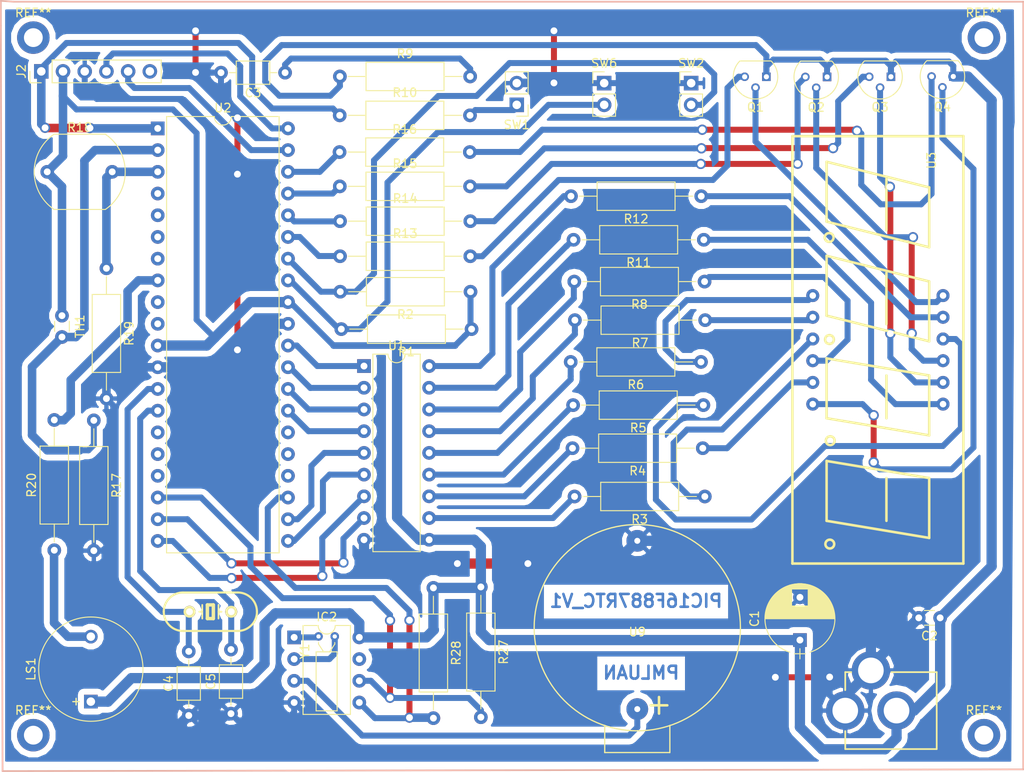
<source format=kicad_pcb>
(kicad_pcb (version 4) (host pcbnew 4.0.7-e1-6374~58~ubuntu16.04.1)
  (layers (0 F.Cu signal) (31 B.Cu signal) (34 B.Paste user) (35 F.Paste user) (36 B.SilkS user) (37 F.SilkS user) (38 B.Mask user) (39 F.Mask user) (44 Edge.Cuts user))
  (net 0 "")
  (net 1 +5V)
  (net 2 GND)
  (net 3 "Net-(C3-Pad1)")
  (net 4 /OSC1)
  (net 5 /OSC2)
  (net 6 "Net-(IC2-Pad1)")
  (net 7 /SDA)
  (net 8 "Net-(IC2-Pad2)")
  (net 9 /SCL)
  (net 10 "Net-(IC2-Pad3)")
  (net 11 "Net-(IC2-Pad7)")
  (net 12 /RESET)
  (net 13 /ICSPDAT)
  (net 14 /ICSPCLK)
  (net 15 "Net-(J2-Pad6)")
  (net 16 "Net-(LS1-Pad2)")
  (net 17 /d1)
  (net 18 "Net-(Q1-Pad3)")
  (net 19 /d2)
  (net 20 "Net-(Q2-Pad3)")
  (net 21 /d3)
  (net 22 "Net-(Q3-Pad3)")
  (net 23 /d4)
  (net 24 "Net-(Q4-Pad3)")
  (net 25 /RB0)
  (net 26 /RB1)
  (net 27 /DP)
  (net 28 "Net-(R3-Pad2)")
  (net 29 /g)
  (net 30 "Net-(R4-Pad2)")
  (net 31 /f)
  (net 32 "Net-(R5-Pad2)")
  (net 33 /e)
  (net 34 "Net-(R6-Pad2)")
  (net 35 /d)
  (net 36 "Net-(R7-Pad2)")
  (net 37 /c)
  (net 38 "Net-(R8-Pad2)")
  (net 39 "Net-(R10-Pad2)")
  (net 40 /b)
  (net 41 "Net-(R11-Pad2)")
  (net 42 /a)
  (net 43 "Net-(R12-Pad2)")
  (net 44 /RB2)
  (net 45 /RB3)
  (net 46 /RB4)
  (net 47 /RB5)
  (net 48 /AN0)
  (net 49 /AN1)
  (net 50 /BUZZER)
  (net 51 /RD7)
  (net 52 /RD6)
  (net 53 /RD5)
  (net 54 /RD4)
  (net 55 /RD3)
  (net 56 /RD2)
  (net 57 /RD1)
  (net 58 /RD0)
  (net 59 "Net-(U2-Pad4)")
  (net 60 "Net-(U2-Pad24)")
  (net 61 "Net-(U2-Pad5)")
  (net 62 "Net-(U2-Pad25)")
  (net 63 "Net-(U2-Pad6)")
  (net 64 "Net-(U2-Pad26)")
  (net 65 "Net-(U2-Pad7)")
  (net 66 "Net-(U2-Pad9)")
  (net 67 "Net-(U2-Pad10)")
  (net 68 "Net-(U2-Pad15)")
  (net 69 "Net-(U2-Pad16)")
  (net 70 "Net-(U2-Pad17)")
  (module Capacitors_THT:CP_Radial_D8.0mm_P5.00mm (layer F.Cu) (at 129.975 165.775 90)
    (fp_text reference C1 (at 2.5 -5.31 90) (layer F.SilkS))
    (fp_text value 10uF)
    (pad 1 thru_hole rect (at 0 0 90) (size 1.6 1.6) (drill 0.8) (layers *.Cu *.Mask) (net 1 +5V))
    (pad 2 thru_hole circle (at 5 0 90) (size 1.6 1.6) (drill 0.8) (layers *.Cu *.Mask) (net 2 GND))
  )
  (module Capacitors_THT:C_Disc_D3.0mm_W1.6mm_P2.50mm (layer F.Cu) (at 146.375 163.175 180)
    (fp_text reference C2 (at 1.25 -2.11 180) (layer F.SilkS))
    (fp_text value 104)
    (pad 1 thru_hole circle (at 0 0 180) (size 1.6 1.6) (drill 0.8) (layers *.Cu *.Mask) (net 1 +5V))
    (pad 2 thru_hole circle (at 2.5 0 180) (size 1.6 1.6) (drill 0.8) (layers *.Cu *.Mask) (net 2 GND))
  )
  (module Capacitors_THT:C_Axial_L3.8mm_D2.6mm_P7.50mm_Horizontal (layer F.Cu) (at 69.75 99.4 180)
    (fp_text reference C3 (at 3.75 -2.36 180) (layer F.SilkS))
    (fp_text value 100nF)
    (pad 1 thru_hole circle (at 0 0 180) (size 1.6 1.6) (drill 0.8) (layers *.Cu *.Mask) (net 3 "Net-(C3-Pad1)"))
    (pad 2 thru_hole oval (at 7.5 0 180) (size 1.6 1.6) (drill 0.8) (layers *.Cu *.Mask) (net 2 GND))
  )
  (module Capacitors_THT:C_Axial_L3.8mm_D2.6mm_P7.50mm_Horizontal (layer F.Cu) (at 58.48 174.6 90)
    (fp_text reference C4 (at 3.75 -2.36 90) (layer F.SilkS))
    (fp_text value 22p)
    (pad 1 thru_hole circle (at 0 0 90) (size 1.6 1.6) (drill 0.8) (layers *.Cu *.Mask) (net 2 GND))
    (pad 2 thru_hole oval (at 7.5 0 90) (size 1.6 1.6) (drill 0.8) (layers *.Cu *.Mask) (net 4 /OSC1))
  )
  (module Capacitors_THT:C_Axial_L3.8mm_D2.6mm_P7.50mm_Horizontal (layer F.Cu) (at 63.42 174.38 90)
    (fp_text reference C5 (at 3.75 -2.36 90) (layer F.SilkS))
    (fp_text value 22p)
    (pad 1 thru_hole circle (at 0 0 90) (size 1.6 1.6) (drill 0.8) (layers *.Cu *.Mask) (net 2 GND))
    (pad 2 thru_hole oval (at 7.5 0 90) (size 1.6 1.6) (drill 0.8) (layers *.Cu *.Mask) (net 5 /OSC2))
  )
  (module Housings_DIP:DIP-8_W7.62mm (layer F.Cu) (at 70.81 165.46)
    (fp_text reference IC2 (at 3.81 -2.39) (layer F.SilkS))
    (fp_text value DS1307)
    (pad 1 thru_hole rect (at 0 0) (size 1.6 1.6) (drill 0.8) (layers *.Cu *.Mask) (net 6 "Net-(IC2-Pad1)"))
    (pad 5 thru_hole oval (at 7.62 7.62) (size 1.6 1.6) (drill 0.8) (layers *.Cu *.Mask) (net 7 /SDA))
    (pad 2 thru_hole oval (at 0 2.54) (size 1.6 1.6) (drill 0.8) (layers *.Cu *.Mask) (net 8 "Net-(IC2-Pad2)"))
    (pad 6 thru_hole oval (at 7.62 5.08) (size 1.6 1.6) (drill 0.8) (layers *.Cu *.Mask) (net 9 /SCL))
    (pad 3 thru_hole oval (at 0 5.08) (size 1.6 1.6) (drill 0.8) (layers *.Cu *.Mask) (net 10 "Net-(IC2-Pad3)"))
    (pad 7 thru_hole oval (at 7.62 2.54) (size 1.6 1.6) (drill 0.8) (layers *.Cu *.Mask) (net 11 "Net-(IC2-Pad7)"))
    (pad 4 thru_hole oval (at 0 7.62) (size 1.6 1.6) (drill 0.8) (layers *.Cu *.Mask) (net 2 GND))
    (pad 8 thru_hole oval (at 7.62 0) (size 1.6 1.6) (drill 0.8) (layers *.Cu *.Mask) (net 1 +5V))
  )
  (module "free Elec:POWER_JACK_PTH" (layer F.Cu) (at 148.975 174.025 90)
    (fp_text reference J1)
    (fp_text value BARREL_JACK)
    (pad 2 thru_hole oval (at 0 -13.69822 90) (size 4.4958 4.4958) (drill 2.9972) (layers *.Cu *.Mask) (net 2 GND))
    (pad 1 thru_hole oval (at 0 -7.69874 90) (size 4.4958 4.4958) (drill 2.9972) (layers *.Cu *.Mask) (net 1 +5V))
    (pad 3 thru_hole oval (at 4.699 -10.69848 180) (size 4.4958 4.4958) (drill 2.9972) (layers *.Cu *.Mask) (net 2 GND))
  )
  (module Pin_Headers:Pin_Header_Straight_1x06_Pitch2.54mm (layer F.Cu) (at 41.23 99.25 90)
    (fp_text reference J2 (at 0 -2.33 90) (layer F.SilkS))
    (fp_text value ICD)
    (pad 1 thru_hole rect (at 0 0 90) (size 1.7 1.7) (drill 1) (layers *.Cu *.Mask) (net 12 /RESET))
    (pad 2 thru_hole oval (at 0 2.54 90) (size 1.7 1.7) (drill 1) (layers *.Cu *.Mask) (net 1 +5V))
    (pad 3 thru_hole oval (at 0 5.08 90) (size 1.7 1.7) (drill 1) (layers *.Cu *.Mask) (net 2 GND))
    (pad 4 thru_hole oval (at 0 7.62 90) (size 1.7 1.7) (drill 1) (layers *.Cu *.Mask) (net 13 /ICSPDAT))
    (pad 5 thru_hole oval (at 0 10.16 90) (size 1.7 1.7) (drill 1) (layers *.Cu *.Mask) (net 14 /ICSPCLK))
    (pad 6 thru_hole oval (at 0 12.7 90) (size 1.7 1.7) (drill 1) (layers *.Cu *.Mask) (net 15 "Net-(J2-Pad6)"))
  )
  (module Buzzers_Beepers:MagneticBuzzer_ProSignal_ABI-009-RC (layer F.Cu) (at 47.025 172.975 90)
    (fp_text reference LS1 (at 3.8 -7 90) (layer F.SilkS))
    (fp_text value Buzzer)
    (fp_text user + (at 0 -1.8 90) (layer F.SilkS))
    (pad 1 thru_hole rect (at 0 0 90) (size 1.6 1.6) (drill 1) (layers *.Cu *.Mask) (net 1 +5V))
    (pad 2 thru_hole circle (at 7.6 0 90) (size 1.6 1.6) (drill 1) (layers *.Cu *.Mask) (net 16 "Net-(LS1-Pad2)"))
  )
  (module TO_SOT_Packages_THT:TO-92_Molded_Narrow (layer F.Cu) (at 126.05 99.88 180)
    (fp_text reference Q1 (at 1.27 -3.56 180) (layer F.SilkS))
    (fp_text value 2SA1013)
    (pad 2 thru_hole circle (at 1.27 -1.27 270) (size 1 1) (drill 0.6) (layers *.Cu *.Mask) (net 17 /d1))
    (pad 3 thru_hole circle (at 2.54 0 270) (size 1 1) (drill 0.6) (layers *.Cu *.Mask) (net 18 "Net-(Q1-Pad3)"))
    (pad 1 thru_hole rect (at 0 0 270) (size 1 1) (drill 0.6) (layers *.Cu *.Mask) (net 1 +5V))
  )
  (module TO_SOT_Packages_THT:TO-92_Molded_Narrow (layer F.Cu) (at 133.15 99.9 180)
    (fp_text reference Q2 (at 1.27 -3.56 180) (layer F.SilkS))
    (fp_text value 2SA1013)
    (pad 2 thru_hole circle (at 1.27 -1.27 270) (size 1 1) (drill 0.6) (layers *.Cu *.Mask) (net 19 /d2))
    (pad 3 thru_hole circle (at 2.54 0 270) (size 1 1) (drill 0.6) (layers *.Cu *.Mask) (net 20 "Net-(Q2-Pad3)"))
    (pad 1 thru_hole rect (at 0 0 270) (size 1 1) (drill 0.6) (layers *.Cu *.Mask) (net 1 +5V))
  )
  (module TO_SOT_Packages_THT:TO-92_Molded_Narrow (layer F.Cu) (at 140.62 99.88 180)
    (fp_text reference Q3 (at 1.27 -3.56 180) (layer F.SilkS))
    (fp_text value 2SA1013)
    (pad 2 thru_hole circle (at 1.27 -1.27 270) (size 1 1) (drill 0.6) (layers *.Cu *.Mask) (net 21 /d3))
    (pad 3 thru_hole circle (at 2.54 0 270) (size 1 1) (drill 0.6) (layers *.Cu *.Mask) (net 22 "Net-(Q3-Pad3)"))
    (pad 1 thru_hole rect (at 0 0 270) (size 1 1) (drill 0.6) (layers *.Cu *.Mask) (net 1 +5V))
  )
  (module TO_SOT_Packages_THT:TO-92_Molded_Narrow (layer F.Cu) (at 147.915 99.85 180)
    (fp_text reference Q4 (at 1.27 -3.56 180) (layer F.SilkS))
    (fp_text value 2SA1013)
    (pad 2 thru_hole circle (at 1.27 -1.27 270) (size 1 1) (drill 0.6) (layers *.Cu *.Mask) (net 23 /d4))
    (pad 3 thru_hole circle (at 2.54 0 270) (size 1 1) (drill 0.6) (layers *.Cu *.Mask) (net 24 "Net-(Q4-Pad3)"))
    (pad 1 thru_hole rect (at 0 0 270) (size 1 1) (drill 0.6) (layers *.Cu *.Mask) (net 1 +5V))
  )
  (module Resistors_THT:R_Axial_DIN0309_L9.0mm_D3.2mm_P15.24mm_Horizontal (layer F.Cu) (at 91.565 129.4 180)
    (fp_text reference R1 (at 7.62 -2.66 180) (layer F.SilkS))
    (fp_text value R)
    (pad 1 thru_hole circle (at 0 0 180) (size 1.6 1.6) (drill 0.8) (layers *.Cu *.Mask) (net 1 +5V))
    (pad 2 thru_hole oval (at 15.24 0 180) (size 1.6 1.6) (drill 0.8) (layers *.Cu *.Mask) (net 25 /RB0))
  )
  (module Resistors_THT:R_Axial_DIN0309_L9.0mm_D3.2mm_P15.24mm_Horizontal (layer F.Cu) (at 91.44 125.025 180)
    (fp_text reference R2 (at 7.62 -2.66 180) (layer F.SilkS))
    (fp_text value R)
    (pad 1 thru_hole circle (at 0 0 180) (size 1.6 1.6) (drill 0.8) (layers *.Cu *.Mask) (net 1 +5V))
    (pad 2 thru_hole oval (at 15.24 0 180) (size 1.6 1.6) (drill 0.8) (layers *.Cu *.Mask) (net 26 /RB1))
  )
  (module Resistors_THT:R_Axial_DIN0309_L9.0mm_D3.2mm_P15.24mm_Horizontal (layer F.Cu) (at 118.85 148.98 180)
    (fp_text reference R3 (at 7.62 -2.66 180) (layer F.SilkS))
    (fp_text value 100)
    (pad 1 thru_hole circle (at 0 0 180) (size 1.6 1.6) (drill 0.8) (layers *.Cu *.Mask) (net 27 /DP))
    (pad 2 thru_hole oval (at 15.24 0 180) (size 1.6 1.6) (drill 0.8) (layers *.Cu *.Mask) (net 28 "Net-(R3-Pad2)"))
  )
  (module Resistors_THT:R_Axial_DIN0309_L9.0mm_D3.2mm_P15.24mm_Horizontal (layer F.Cu) (at 118.61 143.33 180)
    (fp_text reference R4 (at 7.62 -2.66 180) (layer F.SilkS))
    (fp_text value 100)
    (pad 1 thru_hole circle (at 0 0 180) (size 1.6 1.6) (drill 0.8) (layers *.Cu *.Mask) (net 29 /g))
    (pad 2 thru_hole oval (at 15.24 0 180) (size 1.6 1.6) (drill 0.8) (layers *.Cu *.Mask) (net 30 "Net-(R4-Pad2)"))
  )
  (module Resistors_THT:R_Axial_DIN0309_L9.0mm_D3.2mm_P15.24mm_Horizontal (layer F.Cu) (at 118.68 138.29 180)
    (fp_text reference R5 (at 7.62 -2.66 180) (layer F.SilkS))
    (fp_text value 100)
    (pad 1 thru_hole circle (at 0 0 180) (size 1.6 1.6) (drill 0.8) (layers *.Cu *.Mask) (net 31 /f))
    (pad 2 thru_hole oval (at 15.24 0 180) (size 1.6 1.6) (drill 0.8) (layers *.Cu *.Mask) (net 32 "Net-(R5-Pad2)"))
  )
  (module Resistors_THT:R_Axial_DIN0309_L9.0mm_D3.2mm_P15.24mm_Horizontal (layer F.Cu) (at 118.4 133.24 180)
    (fp_text reference R6 (at 7.62 -2.66 180) (layer F.SilkS))
    (fp_text value 100)
    (pad 1 thru_hole circle (at 0 0 180) (size 1.6 1.6) (drill 0.8) (layers *.Cu *.Mask) (net 33 /e))
    (pad 2 thru_hole oval (at 15.24 0 180) (size 1.6 1.6) (drill 0.8) (layers *.Cu *.Mask) (net 34 "Net-(R6-Pad2)"))
  )
  (module Resistors_THT:R_Axial_DIN0309_L9.0mm_D3.2mm_P15.24mm_Horizontal (layer F.Cu) (at 118.89 128.35 180)
    (fp_text reference R7 (at 7.62 -2.66 180) (layer F.SilkS))
    (fp_text value 100)
    (pad 1 thru_hole circle (at 0 0 180) (size 1.6 1.6) (drill 0.8) (layers *.Cu *.Mask) (net 35 /d))
    (pad 2 thru_hole oval (at 15.24 0 180) (size 1.6 1.6) (drill 0.8) (layers *.Cu *.Mask) (net 36 "Net-(R7-Pad2)"))
  )
  (module Resistors_THT:R_Axial_DIN0309_L9.0mm_D3.2mm_P15.24mm_Horizontal (layer F.Cu) (at 118.82 123.84 180)
    (fp_text reference R8 (at 7.62 -2.66 180) (layer F.SilkS))
    (fp_text value 100)
    (pad 1 thru_hole circle (at 0 0 180) (size 1.6 1.6) (drill 0.8) (layers *.Cu *.Mask) (net 37 /c))
    (pad 2 thru_hole oval (at 15.24 0 180) (size 1.6 1.6) (drill 0.8) (layers *.Cu *.Mask) (net 38 "Net-(R8-Pad2)"))
  )
  (module Resistors_THT:R_Axial_DIN0309_L9.0mm_D3.2mm_P15.24mm_Horizontal (layer F.Cu) (at 76.16 99.845)
    (fp_text reference R9 (at 7.62 -2.66) (layer F.SilkS))
    (fp_text value 10k)
    (pad 1 thru_hole circle (at 0 0) (size 1.6 1.6) (drill 0.8) (layers *.Cu *.Mask) (net 1 +5V))
    (pad 2 thru_hole oval (at 15.24 0) (size 1.6 1.6) (drill 0.8) (layers *.Cu *.Mask) (net 3 "Net-(C3-Pad1)"))
  )
  (module Resistors_THT:R_Axial_DIN0309_L9.0mm_D3.2mm_P15.24mm_Horizontal (layer F.Cu) (at 76.14 104.395)
    (fp_text reference R10 (at 7.62 -2.66) (layer F.SilkS))
    (fp_text value 100R)
    (pad 1 thru_hole circle (at 0 0) (size 1.6 1.6) (drill 0.8) (layers *.Cu *.Mask) (net 12 /RESET))
    (pad 2 thru_hole oval (at 15.24 0) (size 1.6 1.6) (drill 0.8) (layers *.Cu *.Mask) (net 39 "Net-(R10-Pad2)"))
  )
  (module Resistors_THT:R_Axial_DIN0309_L9.0mm_D3.2mm_P15.24mm_Horizontal (layer F.Cu) (at 118.73 118.95 180)
    (fp_text reference R11 (at 7.62 -2.66 180) (layer F.SilkS))
    (fp_text value 100)
    (pad 1 thru_hole circle (at 0 0 180) (size 1.6 1.6) (drill 0.8) (layers *.Cu *.Mask) (net 40 /b))
    (pad 2 thru_hole oval (at 15.24 0 180) (size 1.6 1.6) (drill 0.8) (layers *.Cu *.Mask) (net 41 "Net-(R11-Pad2)"))
  )
  (module Resistors_THT:R_Axial_DIN0309_L9.0mm_D3.2mm_P15.24mm_Horizontal (layer F.Cu) (at 118.43 113.85 180)
    (fp_text reference R12 (at 7.62 -2.66 180) (layer F.SilkS))
    (fp_text value 100)
    (pad 1 thru_hole circle (at 0 0 180) (size 1.6 1.6) (drill 0.8) (layers *.Cu *.Mask) (net 42 /a))
    (pad 2 thru_hole oval (at 15.24 0 180) (size 1.6 1.6) (drill 0.8) (layers *.Cu *.Mask) (net 43 "Net-(R12-Pad2)"))
  )
  (module Resistors_THT:R_Axial_DIN0309_L9.0mm_D3.2mm_P15.24mm_Horizontal (layer F.Cu) (at 76.175 120.875)
    (fp_text reference R13 (at 7.62 -2.66) (layer F.SilkS))
    (fp_text value 330)
    (pad 1 thru_hole circle (at 0 0) (size 1.6 1.6) (drill 0.8) (layers *.Cu *.Mask) (net 44 /RB2))
    (pad 2 thru_hole oval (at 15.24 0) (size 1.6 1.6) (drill 0.8) (layers *.Cu *.Mask) (net 18 "Net-(Q1-Pad3)"))
  )
  (module Resistors_THT:R_Axial_DIN0309_L9.0mm_D3.2mm_P15.24mm_Horizontal (layer F.Cu) (at 76.175 116.775)
    (fp_text reference R14 (at 7.62 -2.66) (layer F.SilkS))
    (fp_text value 330)
    (pad 1 thru_hole circle (at 0 0) (size 1.6 1.6) (drill 0.8) (layers *.Cu *.Mask) (net 45 /RB3))
    (pad 2 thru_hole oval (at 15.24 0) (size 1.6 1.6) (drill 0.8) (layers *.Cu *.Mask) (net 20 "Net-(Q2-Pad3)"))
  )
  (module Resistors_THT:R_Axial_DIN0309_L9.0mm_D3.2mm_P15.24mm_Horizontal (layer F.Cu) (at 76.15 112.7)
    (fp_text reference R15 (at 7.62 -2.66) (layer F.SilkS))
    (fp_text value 330)
    (pad 1 thru_hole circle (at 0 0) (size 1.6 1.6) (drill 0.8) (layers *.Cu *.Mask) (net 46 /RB4))
    (pad 2 thru_hole oval (at 15.24 0) (size 1.6 1.6) (drill 0.8) (layers *.Cu *.Mask) (net 22 "Net-(Q3-Pad3)"))
  )
  (module Resistors_THT:R_Axial_DIN0309_L9.0mm_D3.2mm_P15.24mm_Horizontal (layer F.Cu) (at 76.12 108.69)
    (fp_text reference R16 (at 7.62 -2.66) (layer F.SilkS))
    (fp_text value 330)
    (pad 1 thru_hole circle (at 0 0) (size 1.6 1.6) (drill 0.8) (layers *.Cu *.Mask) (net 47 /RB5))
    (pad 2 thru_hole oval (at 15.24 0) (size 1.6 1.6) (drill 0.8) (layers *.Cu *.Mask) (net 24 "Net-(Q4-Pad3)"))
  )
  (module Resistors_THT:R_Axial_DIN0309_L9.0mm_D3.2mm_P15.24mm_Horizontal (layer F.Cu) (at 47.375 140.075 270)
    (fp_text reference R17 (at 7.62 -2.66 270) (layer F.SilkS))
    (fp_text value 10k)
    (pad 1 thru_hole circle (at 0 0 270) (size 1.6 1.6) (drill 0.8) (layers *.Cu *.Mask) (net 48 /AN0))
    (pad 2 thru_hole oval (at 15.24 0 270) (size 1.6 1.6) (drill 0.8) (layers *.Cu *.Mask) (net 2 GND))
  )
  (module Opto-Devices:Resistor_LDR_10x8.5_RM7.6 (layer F.Cu) (at 41.925 111)
    (fp_text reference R18 (at 3.8 -5.2) (layer F.SilkS))
    (fp_text value LDR03)
    (pad 1 thru_hole circle (at 0 0) (size 1.6 1.6) (drill 0.8) (layers *.Cu *.Mask) (net 1 +5V))
    (pad 2 thru_hole circle (at 7.6 0) (size 1.6 1.6) (drill 0.8) (layers *.Cu *.Mask) (net 49 /AN1))
  )
  (module Resistors_THT:R_Axial_DIN0309_L9.0mm_D3.2mm_P15.24mm_Horizontal (layer F.Cu) (at 48.85 122.285 270)
    (fp_text reference R19 (at 7.62 -2.66 270) (layer F.SilkS))
    (fp_text value 10k)
    (pad 1 thru_hole circle (at 0 0 270) (size 1.6 1.6) (drill 0.8) (layers *.Cu *.Mask) (net 49 /AN1))
    (pad 2 thru_hole oval (at 15.24 0 270) (size 1.6 1.6) (drill 0.8) (layers *.Cu *.Mask) (net 2 GND))
  )
  (module Resistors_THT:R_Axial_DIN0309_L9.0mm_D3.2mm_P15.24mm_Horizontal (layer F.Cu) (at 42.75 155.265 90)
    (fp_text reference R20 (at 7.62 -2.66 90) (layer F.SilkS))
    (fp_text value 100)
    (pad 1 thru_hole circle (at 0 0 90) (size 1.6 1.6) (drill 0.8) (layers *.Cu *.Mask) (net 16 "Net-(LS1-Pad2)"))
    (pad 2 thru_hole oval (at 15.24 0 90) (size 1.6 1.6) (drill 0.8) (layers *.Cu *.Mask) (net 50 /BUZZER))
  )
  (module Resistors_THT:R_Axial_DIN0309_L9.0mm_D3.2mm_P15.24mm_Horizontal (layer F.Cu) (at 92.65 159.56 270)
    (fp_text reference R27 (at 7.62 -2.66 270) (layer F.SilkS))
    (fp_text value 10k)
    (pad 1 thru_hole circle (at 0 0 270) (size 1.6 1.6) (drill 0.8) (layers *.Cu *.Mask) (net 1 +5V))
    (pad 2 thru_hole oval (at 15.24 0 270) (size 1.6 1.6) (drill 0.8) (layers *.Cu *.Mask) (net 9 /SCL))
  )
  (module Resistors_THT:R_Axial_DIN0309_L9.0mm_D3.2mm_P15.24mm_Horizontal (layer F.Cu) (at 87.1 159.67 270)
    (fp_text reference R28 (at 7.62 -2.66 270) (layer F.SilkS))
    (fp_text value 10k)
    (pad 1 thru_hole circle (at 0 0 270) (size 1.6 1.6) (drill 0.8) (layers *.Cu *.Mask) (net 1 +5V))
    (pad 2 thru_hole oval (at 15.24 0 270) (size 1.6 1.6) (drill 0.8) (layers *.Cu *.Mask) (net 7 /SDA))
  )
  (module Pin_Headers:Pin_Header_Straight_1x02_Pitch2.54mm (layer F.Cu) (at 96.85 103.165 180)
    (fp_text reference SW1 (at 0 -2.33 180) (layer F.SilkS))
    (fp_text value SW_Push)
    (pad 1 thru_hole rect (at 0 0 180) (size 1.7 1.7) (drill 1) (layers *.Cu *.Mask) (net 39 "Net-(R10-Pad2)"))
    (pad 2 thru_hole oval (at 0 2.54 180) (size 1.7 1.7) (drill 1) (layers *.Cu *.Mask) (net 2 GND))
  )
  (module Pin_Headers:Pin_Header_Straight_1x02_Pitch2.54mm (layer F.Cu) (at 117.25 100.625)
    (fp_text reference SW2 (at 0 -2.33) (layer F.SilkS))
    (fp_text value SW_Push)
    (pad 1 thru_hole rect (at 0 0) (size 1.7 1.7) (drill 1) (layers *.Cu *.Mask) (net 2 GND))
    (pad 2 thru_hole oval (at 0 2.54) (size 1.7 1.7) (drill 1) (layers *.Cu *.Mask) (net 26 /RB1))
  )
  (module Pin_Headers:Pin_Header_Straight_1x02_Pitch2.54mm (layer F.Cu) (at 107.075 100.625)
    (fp_text reference SW6 (at 0 -2.33) (layer F.SilkS))
    (fp_text value SW_Push)
    (pad 1 thru_hole rect (at 0 0) (size 1.7 1.7) (drill 1) (layers *.Cu *.Mask) (net 2 GND))
    (pad 2 thru_hole oval (at 0 2.54) (size 1.7 1.7) (drill 1) (layers *.Cu *.Mask) (net 25 /RB0))
  )
  (module Capacitors_THT:C_Disc_D3.0mm_W1.6mm_P2.50mm (layer F.Cu) (at 43.65 127.825 270)
    (fp_text reference TH1 (at 1.25 -2.11 270) (layer F.SilkS))
    (fp_text value Thermistor_NTC)
    (pad 1 thru_hole circle (at 0 0 270) (size 1.6 1.6) (drill 0.8) (layers *.Cu *.Mask) (net 1 +5V))
    (pad 2 thru_hole circle (at 2.5 0 270) (size 1.6 1.6) (drill 0.8) (layers *.Cu *.Mask) (net 48 /AN0))
  )
  (module Housings_DIP:DIP-18_W7.62mm (layer F.Cu) (at 78.98 133.72)
    (fp_text reference U1 (at 3.81 -2.39) (layer F.SilkS))
    (fp_text value ULN2803A)
    (pad 1 thru_hole rect (at 0 0) (size 1.6 1.6) (drill 0.8) (layers *.Cu *.Mask) (net 51 /RD7))
    (pad 10 thru_hole oval (at 7.62 20.32) (size 1.6 1.6) (drill 0.8) (layers *.Cu *.Mask) (net 1 +5V))
    (pad 2 thru_hole oval (at 0 2.54) (size 1.6 1.6) (drill 0.8) (layers *.Cu *.Mask) (net 52 /RD6))
    (pad 11 thru_hole oval (at 7.62 17.78) (size 1.6 1.6) (drill 0.8) (layers *.Cu *.Mask) (net 28 "Net-(R3-Pad2)"))
    (pad 3 thru_hole oval (at 0 5.08) (size 1.6 1.6) (drill 0.8) (layers *.Cu *.Mask) (net 53 /RD5))
    (pad 12 thru_hole oval (at 7.62 15.24) (size 1.6 1.6) (drill 0.8) (layers *.Cu *.Mask) (net 30 "Net-(R4-Pad2)"))
    (pad 4 thru_hole oval (at 0 7.62) (size 1.6 1.6) (drill 0.8) (layers *.Cu *.Mask) (net 54 /RD4))
    (pad 13 thru_hole oval (at 7.62 12.7) (size 1.6 1.6) (drill 0.8) (layers *.Cu *.Mask) (net 32 "Net-(R5-Pad2)"))
    (pad 5 thru_hole oval (at 0 10.16) (size 1.6 1.6) (drill 0.8) (layers *.Cu *.Mask) (net 55 /RD3))
    (pad 14 thru_hole oval (at 7.62 10.16) (size 1.6 1.6) (drill 0.8) (layers *.Cu *.Mask) (net 34 "Net-(R6-Pad2)"))
    (pad 6 thru_hole oval (at 0 12.7) (size 1.6 1.6) (drill 0.8) (layers *.Cu *.Mask) (net 56 /RD2))
    (pad 15 thru_hole oval (at 7.62 7.62) (size 1.6 1.6) (drill 0.8) (layers *.Cu *.Mask) (net 36 "Net-(R7-Pad2)"))
    (pad 7 thru_hole oval (at 0 15.24) (size 1.6 1.6) (drill 0.8) (layers *.Cu *.Mask) (net 57 /RD1))
    (pad 16 thru_hole oval (at 7.62 5.08) (size 1.6 1.6) (drill 0.8) (layers *.Cu *.Mask) (net 38 "Net-(R8-Pad2)"))
    (pad 8 thru_hole oval (at 0 17.78) (size 1.6 1.6) (drill 0.8) (layers *.Cu *.Mask) (net 58 /RD0))
    (pad 17 thru_hole oval (at 7.62 2.54) (size 1.6 1.6) (drill 0.8) (layers *.Cu *.Mask) (net 41 "Net-(R11-Pad2)"))
    (pad 9 thru_hole oval (at 0 20.32) (size 1.6 1.6) (drill 0.8) (layers *.Cu *.Mask) (net 2 GND))
    (pad 18 thru_hole oval (at 7.62 0) (size 1.6 1.6) (drill 0.8) (layers *.Cu *.Mask) (net 43 "Net-(R12-Pad2)"))
  )
  (module Housings_DIP:DIP-40_W15.24mm (layer F.Cu) (at 54.85 105.92)
    (fp_text reference U2 (at 7.62 -2.39) (layer F.SilkS))
    (fp_text value PIC16F8874-PDIP)
    (pad 1 thru_hole rect (at 0 0) (size 1.6 1.6) (drill 0.8) (layers *.Cu *.Mask) (net 12 /RESET))
    (pad 21 thru_hole oval (at 15.24 48.26) (size 1.6 1.6) (drill 0.8) (layers *.Cu *.Mask) (net 56 /RD2))
    (pad 2 thru_hole oval (at 0 2.54) (size 1.6 1.6) (drill 0.8) (layers *.Cu *.Mask) (net 48 /AN0))
    (pad 22 thru_hole oval (at 15.24 45.72) (size 1.6 1.6) (drill 0.8) (layers *.Cu *.Mask) (net 55 /RD3))
    (pad 3 thru_hole oval (at 0 5.08) (size 1.6 1.6) (drill 0.8) (layers *.Cu *.Mask) (net 49 /AN1))
    (pad 23 thru_hole oval (at 15.24 43.18) (size 1.6 1.6) (drill 0.8) (layers *.Cu *.Mask) (net 7 /SDA))
    (pad 4 thru_hole oval (at 0 7.62) (size 1.6 1.6) (drill 0.8) (layers *.Cu *.Mask) (net 59 "Net-(U2-Pad4)"))
    (pad 24 thru_hole oval (at 15.24 40.64) (size 1.6 1.6) (drill 0.8) (layers *.Cu *.Mask) (net 60 "Net-(U2-Pad24)"))
    (pad 5 thru_hole oval (at 0 10.16) (size 1.6 1.6) (drill 0.8) (layers *.Cu *.Mask) (net 61 "Net-(U2-Pad5)"))
    (pad 25 thru_hole oval (at 15.24 38.1) (size 1.6 1.6) (drill 0.8) (layers *.Cu *.Mask) (net 62 "Net-(U2-Pad25)"))
    (pad 6 thru_hole oval (at 0 12.7) (size 1.6 1.6) (drill 0.8) (layers *.Cu *.Mask) (net 63 "Net-(U2-Pad6)"))
    (pad 26 thru_hole oval (at 15.24 35.56) (size 1.6 1.6) (drill 0.8) (layers *.Cu *.Mask) (net 64 "Net-(U2-Pad26)"))
    (pad 7 thru_hole oval (at 0 15.24) (size 1.6 1.6) (drill 0.8) (layers *.Cu *.Mask) (net 65 "Net-(U2-Pad7)"))
    (pad 27 thru_hole oval (at 15.24 33.02) (size 1.6 1.6) (drill 0.8) (layers *.Cu *.Mask) (net 54 /RD4))
    (pad 8 thru_hole oval (at 0 17.78) (size 1.6 1.6) (drill 0.8) (layers *.Cu *.Mask) (net 50 /BUZZER))
    (pad 28 thru_hole oval (at 15.24 30.48) (size 1.6 1.6) (drill 0.8) (layers *.Cu *.Mask) (net 53 /RD5))
    (pad 9 thru_hole oval (at 0 20.32) (size 1.6 1.6) (drill 0.8) (layers *.Cu *.Mask) (net 66 "Net-(U2-Pad9)"))
    (pad 29 thru_hole oval (at 15.24 27.94) (size 1.6 1.6) (drill 0.8) (layers *.Cu *.Mask) (net 52 /RD6))
    (pad 10 thru_hole oval (at 0 22.86) (size 1.6 1.6) (drill 0.8) (layers *.Cu *.Mask) (net 67 "Net-(U2-Pad10)"))
    (pad 30 thru_hole oval (at 15.24 25.4) (size 1.6 1.6) (drill 0.8) (layers *.Cu *.Mask) (net 51 /RD7))
    (pad 11 thru_hole oval (at 0 25.4) (size 1.6 1.6) (drill 0.8) (layers *.Cu *.Mask) (net 1 +5V))
    (pad 31 thru_hole oval (at 15.24 22.86) (size 1.6 1.6) (drill 0.8) (layers *.Cu *.Mask) (net 2 GND))
    (pad 12 thru_hole oval (at 0 27.94) (size 1.6 1.6) (drill 0.8) (layers *.Cu *.Mask) (net 2 GND))
    (pad 32 thru_hole oval (at 15.24 20.32) (size 1.6 1.6) (drill 0.8) (layers *.Cu *.Mask) (net 1 +5V))
    (pad 13 thru_hole oval (at 0 30.48) (size 1.6 1.6) (drill 0.8) (layers *.Cu *.Mask) (net 4 /OSC1))
    (pad 33 thru_hole oval (at 15.24 17.78) (size 1.6 1.6) (drill 0.8) (layers *.Cu *.Mask) (net 25 /RB0))
    (pad 14 thru_hole oval (at 0 33.02) (size 1.6 1.6) (drill 0.8) (layers *.Cu *.Mask) (net 5 /OSC2))
    (pad 34 thru_hole oval (at 15.24 15.24) (size 1.6 1.6) (drill 0.8) (layers *.Cu *.Mask) (net 26 /RB1))
    (pad 15 thru_hole oval (at 0 35.56) (size 1.6 1.6) (drill 0.8) (layers *.Cu *.Mask) (net 68 "Net-(U2-Pad15)"))
    (pad 35 thru_hole oval (at 15.24 12.7) (size 1.6 1.6) (drill 0.8) (layers *.Cu *.Mask) (net 44 /RB2))
    (pad 16 thru_hole oval (at 0 38.1) (size 1.6 1.6) (drill 0.8) (layers *.Cu *.Mask) (net 69 "Net-(U2-Pad16)"))
    (pad 36 thru_hole oval (at 15.24 10.16) (size 1.6 1.6) (drill 0.8) (layers *.Cu *.Mask) (net 45 /RB3))
    (pad 17 thru_hole oval (at 0 40.64) (size 1.6 1.6) (drill 0.8) (layers *.Cu *.Mask) (net 70 "Net-(U2-Pad17)"))
    (pad 37 thru_hole oval (at 15.24 7.62) (size 1.6 1.6) (drill 0.8) (layers *.Cu *.Mask) (net 46 /RB4))
    (pad 18 thru_hole oval (at 0 43.18) (size 1.6 1.6) (drill 0.8) (layers *.Cu *.Mask) (net 9 /SCL))
    (pad 38 thru_hole oval (at 15.24 5.08) (size 1.6 1.6) (drill 0.8) (layers *.Cu *.Mask) (net 47 /RB5))
    (pad 19 thru_hole oval (at 0 45.72) (size 1.6 1.6) (drill 0.8) (layers *.Cu *.Mask) (net 58 /RD0))
    (pad 39 thru_hole oval (at 15.24 2.54) (size 1.6 1.6) (drill 0.8) (layers *.Cu *.Mask) (net 14 /ICSPCLK))
    (pad 20 thru_hole oval (at 0 48.26) (size 1.6 1.6) (drill 0.8) (layers *.Cu *.Mask) (net 57 /RD1))
    (pad 40 thru_hole oval (at 15.24 0) (size 1.6 1.6) (drill 0.8) (layers *.Cu *.Mask) (net 13 /ICSPDAT))
  )
  (module KiCAD_pml:4LED7 (layer F.Cu) (at 139.095 131.825 270)
    (fp_text reference U3 (at -22.1488 -6.2611 270) (layer F.SilkS))
    (fp_text value 4LED7)
    (pad 1 thru_hole circle (at -6.35 7.62 270) (size 1.524 1.524) (drill 0.762) (layers *.Cu *.Mask) (net 33 /e))
    (pad 2 thru_hole circle (at -3.81 7.62 270) (size 1.524 1.524) (drill 0.762) (layers *.Cu *.Mask) (net 35 /d))
    (pad 3 thru_hole circle (at -1.27 7.62 270) (size 1.524 1.524) (drill 0.762) (layers *.Cu *.Mask) (net 27 /DP))
    (pad 4 thru_hole circle (at 1.27 7.62 270) (size 1.524 1.524) (drill 0.762) (layers *.Cu *.Mask) (net 37 /c))
    (pad 5 thru_hole circle (at 3.81 7.62 270) (size 1.524 1.524) (drill 0.762) (layers *.Cu *.Mask) (net 29 /g))
    (pad 6 thru_hole circle (at 6.35 7.62 270) (size 1.524 1.524) (drill 0.762) (layers *.Cu *.Mask) (net 23 /d4))
    (pad 7 thru_hole circle (at 6.35 -7.62 270) (size 1.524 1.524) (drill 0.762) (layers *.Cu *.Mask) (net 40 /b))
    (pad 8 thru_hole circle (at 3.81 -7.62 270) (size 1.524 1.524) (drill 0.762) (layers *.Cu *.Mask) (net 21 /d3))
    (pad 9 thru_hole circle (at 1.27 -7.62 270) (size 1.524 1.524) (drill 0.762) (layers *.Cu *.Mask) (net 19 /d2))
    (pad 10 thru_hole circle (at -1.27 -7.62 270) (size 1.524 1.524) (drill 0.762) (layers *.Cu *.Mask) (net 31 /f))
    (pad 11 thru_hole circle (at -3.81 -7.62 270) (size 1.524 1.524) (drill 0.762) (layers *.Cu *.Mask) (net 42 /a))
    (pad 12 thru_hole circle (at -6.35 -7.62 270) (size 1.524 1.524) (drill 0.762) (layers *.Cu *.Mask) (net 17 /d1))
  )
  (module "KiCAD_pml:CMOS CR2032" (layer F.Cu) (at 110.95 164.325)
    (fp_text reference U9 (at 0 0.5) (layer F.SilkS))
    (fp_text value CMOS)
    (fp_text user + (at 2.54 8.89) (layer F.SilkS) (effects (font (size 2.54 2.54) (thickness 0.3))))
    (pad 2 thru_hole circle (at 0 -10.16) (size 2.54 2.54) (drill 0.7) (layers *.Cu *.Mask) (net 2 GND))
    (pad 1 thru_hole circle (at 0 9.525) (size 2.54 2.54) (drill 0.7) (layers *.Cu *.Mask) (net 10 "Net-(IC2-Pad3)"))
  )
  (module Crystals:Crystal_C26-LF_d2.1mm_l6.5mm_Horizontal (layer F.Cu) (at 73.66 165.35)
    (fp_text reference Y1 (at -1.6 1.75 90) (layer F.SilkS))
    (fp_text value 32.768kHz)
    (pad 1 thru_hole circle (at 0 0) (size 1 1) (drill 0.5) (layers *.Cu *.Mask) (net 6 "Net-(IC2-Pad1)"))
    (pad 2 thru_hole circle (at 1.9 0) (size 1 1) (drill 0.5) (layers *.Cu *.Mask) (net 8 "Net-(IC2-Pad2)"))
  )
  (module "free Elec:CRYSTAL_HC49_PTH" (layer F.Cu) (at 61.00906 162.46)
    (fp_text reference Y2)
    (fp_text value 16MHz hide)
    (pad 1 thru_hole circle (at -2.44094 0) (size 1.39954 1.39954) (drill 0.8001) (layers *.Cu *.Mask F.SilkS) (net 4 /OSC1))
    (pad 2 thru_hole circle (at 2.44094 0) (size 1.39954 1.39954) (drill 0.8001) (layers *.Cu *.Mask F.SilkS) (net 5 /OSC2))
  )
  (module Mounting_Holes:MountingHole_2.2mm_M2_DIN965_Pad (layer F.Cu) (at 151.5 176.9)
    (fp_text reference REF** (at 0 -2.9) (layer F.SilkS))
    (fp_text value Hole_2.2mm)
    (pad 1 thru_hole circle (at 0 0) (size 3.8 3.8) (drill 2.2) (layers *.Cu *.Mask))
  )
  (module Mounting_Holes:MountingHole_2.2mm_M2_DIN965_Pad (layer F.Cu) (at 151.5 95.3)
    (fp_text reference REF** (at 0 -2.9) (layer F.SilkS))
    (fp_text value Hole_2.2mm)
    (pad 1 thru_hole circle (at 0 0) (size 3.8 3.8) (drill 2.2) (layers *.Cu *.Mask))
  )
  (module Mounting_Holes:MountingHole_2.2mm_M2_DIN965_Pad (layer F.Cu) (at 40.3 176.9)
    (fp_text reference REF** (at 0 -2.9) (layer F.SilkS))
    (fp_text value Hole_2.2mm)
    (pad 1 thru_hole circle (at 0 0) (size 3.8 3.8) (drill 2.2) (layers *.Cu *.Mask))
  )
  (module Mounting_Holes:MountingHole_2.2mm_M2_DIN965_Pad (layer F.Cu) (at 40.3 95.3)
    (fp_text reference REF** (at 0 -2.9) (layer F.SilkS))
    (fp_text value Hole_2.2mm)
    (pad 1 thru_hole circle (at 0 0) (size 3.8 3.8) (drill 2.2) (layers *.Cu *.Mask))
  )
  (gr_text PIC16F887RTC_V1 (at 110.8 161.2) (layer B.Cu) (effects (font (size 1.5 1.5) (thickness 0.3)) (justify mirror)))
  (gr_text PMLUAN (at 111.4 169.6) (layer B.Cu) (effects (font (size 1.5 1.5) (thickness 0.3)) (justify mirror)))
  (gr_line (start 36.5 91) (end 38 91.1) (layer B.SilkS) (width 0.2))
  (gr_line (start 36.5 93.9) (end 36.5 91) (layer B.SilkS) (width 0.2))
  (gr_line (start 36.7 181.1) (end 36.5 93.9) (layer B.SilkS) (width 0.2))
  (gr_line (start 156.1 180.9) (end 36.7 181.1) (layer B.SilkS) (width 0.2))
  (gr_line (start 156.1 91.1) (end 156.1 180.9) (layer B.SilkS) (width 0.2))
  (gr_line (start 38 91.1) (end 156.1 91.1) (layer B.SilkS) (width 0.2))
  (segment (start 47.025 172.975) (end 49.025 172.975) (width 1.2) (layer B.Cu) (net 1))
  (segment (start 49.025 172.975) (end 51.775 170.225) (width 1.2) (layer B.Cu) (net 1))
  (segment (start 65.65 170.225) (end 67.35 168.525) (width 1.2) (layer B.Cu) (net 1))
  (segment (start 68.625 162.65) (end 77.3 162.65) (width 1.2) (layer B.Cu) (net 1))
  (segment (start 51.775 170.225) (end 65.65 170.225) (width 1.2) (layer B.Cu) (net 1))
  (segment (start 67.35 168.525) (end 67.35 163.925) (width 1.2) (layer B.Cu) (net 1))
  (segment (start 67.35 163.925) (end 68.625 162.65) (width 1.2) (layer B.Cu) (net 1))
  (segment (start 77.3 162.65) (end 78.43 163.78) (width 1.2) (layer B.Cu) (net 1))
  (segment (start 78.43 163.78) (end 78.43 165.46) (width 1.2) (layer B.Cu) (net 1))
  (segment (start 43.77 102.125) (end 45.345 103.7) (width 0.7) (layer B.Cu) (net 1))
  (segment (start 45.345 103.7) (end 56.625 103.7) (width 0.7) (layer B.Cu) (net 1))
  (segment (start 56.625 103.7) (end 59.4 106.475) (width 0.7) (layer B.Cu) (net 1))
  (segment (start 59.4 106.475) (end 59.4 128.3) (width 0.7) (layer B.Cu) (net 1))
  (segment (start 59.4 128.3) (end 61.5 130.4) (width 0.7) (layer B.Cu) (net 1))
  (segment (start 60.58 131.32) (end 61.5 130.4) (width 1.2) (layer B.Cu) (net 1))
  (segment (start 61.5 130.4) (end 65.66 126.24) (width 1.2) (layer B.Cu) (net 1))
  (segment (start 43.77 102.125) (end 43.77 109.155) (width 1) (layer B.Cu) (net 1))
  (segment (start 43.77 99.25) (end 43.77 102.125) (width 1) (layer B.Cu) (net 1))
  (segment (start 76.16 99.845) (end 76.16 100.97637) (width 0.7) (layer B.Cu) (net 1))
  (segment (start 76.16 100.97637) (end 75.03637 102.1) (width 0.7) (layer B.Cu) (net 1))
  (segment (start 67.425 98.1) (end 69.35 96.175) (width 0.7) (layer B.Cu) (net 1))
  (segment (start 75.03637 102.1) (end 69.075 102.1) (width 0.7) (layer B.Cu) (net 1))
  (segment (start 69.075 102.1) (end 67.425 100.45) (width 0.7) (layer B.Cu) (net 1))
  (segment (start 67.425 100.45) (end 67.425 98.1) (width 0.7) (layer B.Cu) (net 1))
  (segment (start 69.35 96.175) (end 124.825 96.175) (width 0.7) (layer B.Cu) (net 1))
  (segment (start 124.825 96.175) (end 126.05 97.4) (width 0.7) (layer B.Cu) (net 1))
  (segment (start 126.05 97.4) (end 126.05 99.88) (width 0.7) (layer B.Cu) (net 1))
  (segment (start 152.4 102.635) (end 152.4 157.15) (width 1.2) (layer B.Cu) (net 1))
  (segment (start 152.4 157.15) (end 146.375 163.175) (width 1.2) (layer B.Cu) (net 1))
  (segment (start 147.915 99.85) (end 149.615 99.85) (width 1.2) (layer B.Cu) (net 1))
  (segment (start 149.615 99.85) (end 152.4 102.635) (width 1.2) (layer B.Cu) (net 1))
  (segment (start 75.425 131.325) (end 82.85 131.325) (width 0.78) (layer B.Cu) (net 1))
  (segment (start 86.6 154.04) (end 85.46863 154.04) (width 1.2) (layer B.Cu) (net 1))
  (segment (start 82.85 131.325) (end 89.64 131.325) (width 0.78) (layer B.Cu) (net 1))
  (segment (start 85.46863 154.04) (end 82.85 151.42137) (width 1.2) (layer B.Cu) (net 1))
  (segment (start 82.85 151.42137) (end 82.85 131.325) (width 1.2) (layer B.Cu) (net 1))
  (segment (start 70.09 126.24) (end 70.34 126.24) (width 0.7) (layer B.Cu) (net 1))
  (segment (start 70.34 126.24) (end 75.425 131.325) (width 0.7) (layer B.Cu) (net 1))
  (segment (start 89.64 131.325) (end 90.765001 130.199999) (width 0.7) (layer B.Cu) (net 1))
  (segment (start 90.765001 130.199999) (end 91.565 129.4) (width 0.7) (layer B.Cu) (net 1))
  (segment (start 91.44 125.025) (end 91.44 129.275) (width 0.7) (layer B.Cu) (net 1))
  (segment (start 91.44 129.275) (end 91.565 129.4) (width 0.7) (layer B.Cu) (net 1))
  (segment (start 147.4 98.1) (end 147.915 98.615) (width 0.7) (layer B.Cu) (net 1))
  (segment (start 147.915 98.615) (end 147.915 99.85) (width 0.7) (layer B.Cu) (net 1))
  (segment (start 141.2 98.1) (end 147.4 98.1) (width 0.7) (layer B.Cu) (net 1))
  (segment (start 140.62 99.88) (end 140.62 98.68) (width 0.7) (layer B.Cu) (net 1))
  (segment (start 140.62 98.68) (end 141.2 98.1) (width 0.7) (layer B.Cu) (net 1))
  (segment (start 140 98) (end 140.62 98.62) (width 0.7) (layer B.Cu) (net 1))
  (segment (start 140.62 98.62) (end 140.62 99.88) (width 0.7) (layer B.Cu) (net 1))
  (segment (start 133.85 98) (end 140 98) (width 0.7) (layer B.Cu) (net 1))
  (segment (start 133.15 98.7) (end 133.85 98) (width 0.7) (layer B.Cu) (net 1))
  (segment (start 126.05 99.88) (end 126.05 98.68) (width 0.7) (layer B.Cu) (net 1))
  (segment (start 133.15 98.7) (end 133.15 99.9) (width 0.7) (layer B.Cu) (net 1))
  (segment (start 126.05 98.68) (end 126.855 97.875) (width 0.7) (layer B.Cu) (net 1))
  (segment (start 126.855 97.875) (end 132.325 97.875) (width 0.7) (layer B.Cu) (net 1))
  (segment (start 132.325 97.875) (end 133.15 98.7) (width 0.7) (layer B.Cu) (net 1))
  (segment (start 65.66 126.24) (end 70.09 126.24) (width 1.2) (layer B.Cu) (net 1))
  (segment (start 54.85 131.32) (end 60.58 131.32) (width 1.2) (layer B.Cu) (net 1))
  (segment (start 91.865 154.04) (end 92.65 154.825) (width 1.2) (layer B.Cu) (net 1))
  (segment (start 92.65 154.825) (end 92.65 159.56) (width 1.2) (layer B.Cu) (net 1))
  (segment (start 86.6 154.04) (end 91.865 154.04) (width 1.2) (layer B.Cu) (net 1))
  (segment (start 141.27626 174.025) (end 141.27626 177.20401) (width 1.2) (layer B.Cu) (net 1))
  (segment (start 141.27626 177.20401) (end 139.93027 178.55) (width 1.2) (layer B.Cu) (net 1))
  (segment (start 139.93027 178.55) (end 132.575 178.55) (width 1.2) (layer B.Cu) (net 1))
  (segment (start 132.575 178.55) (end 129.975 175.95) (width 1.2) (layer B.Cu) (net 1))
  (segment (start 129.975 175.95) (end 129.975 165.775) (width 1.2) (layer B.Cu) (net 1))
  (segment (start 141.27626 174.025) (end 143.325 174.025) (width 1.2) (layer B.Cu) (net 1))
  (segment (start 143.325 174.025) (end 146.375 170.975) (width 1.2) (layer B.Cu) (net 1))
  (segment (start 146.375 170.975) (end 146.375 163.175) (width 1.2) (layer B.Cu) (net 1))
  (segment (start 92.65 159.56) (end 92.65 164.8) (width 1.2) (layer B.Cu) (net 1))
  (segment (start 93.625 165.775) (end 129.975 165.775) (width 1.2) (layer B.Cu) (net 1))
  (segment (start 92.65 164.8) (end 93.625 165.775) (width 1.2) (layer B.Cu) (net 1))
  (segment (start 87.1 159.67) (end 92.54 159.67) (width 1.2) (layer B.Cu) (net 1))
  (segment (start 92.54 159.67) (end 92.65 159.56) (width 1.2) (layer B.Cu) (net 1))
  (segment (start 87.15 164.575) (end 87.1 164.525) (width 1.2) (layer B.Cu) (net 1))
  (segment (start 87.1 164.525) (end 87.1 159.67) (width 1.2) (layer B.Cu) (net 1))
  (segment (start 86.265 165.46) (end 87.15 164.575) (width 1.2) (layer B.Cu) (net 1))
  (segment (start 78.43 165.46) (end 86.265 165.46) (width 1.2) (layer B.Cu) (net 1))
  (segment (start 43.77 109.155) (end 41.925 111) (width 1) (layer B.Cu) (net 1))
  (segment (start 41.925 111) (end 43.65 112.725) (width 1) (layer B.Cu) (net 1))
  (segment (start 43.65 112.725) (end 43.65 127.825) (width 1) (layer B.Cu) (net 1))
  (segment (start 101.2 100.6) (end 96.875 100.6) (width 1) (layer B.Cu) (net 2))
  (segment (start 96.875 100.6) (end 96.85 100.625) (width 1) (layer B.Cu) (net 2))
  (segment (start 64.175 131.825) (end 62.14 133.86) (width 1) (layer B.Cu) (net 2))
  (segment (start 62.14 133.86) (end 62.115 133.86) (width 1) (layer B.Cu) (net 2))
  (segment (start 48.85 137.525) (end 49.649999 138.324999) (width 0.7) (layer B.Cu) (net 2))
  (segment (start 49.675 140.225) (end 49.675 154.05) (width 0.7) (layer B.Cu) (net 2))
  (segment (start 49.649999 138.324999) (end 49.649999 140.199999) (width 0.7) (layer B.Cu) (net 2))
  (segment (start 49.649999 140.199999) (end 49.675 140.225) (width 0.7) (layer B.Cu) (net 2))
  (segment (start 49.675 154.05) (end 48.41 155.315) (width 0.7) (layer B.Cu) (net 2))
  (segment (start 48.41 155.315) (end 47.375 155.315) (width 0.7) (layer B.Cu) (net 2))
  (segment (start 48.875 155.665) (end 48.525 155.315) (width 0.7) (layer B.Cu) (net 2))
  (segment (start 48.525 155.315) (end 47.375 155.315) (width 0.7) (layer B.Cu) (net 2))
  (segment (start 133.45 170.1) (end 133.45 172.19822) (width 0.7) (layer B.Cu) (net 2))
  (segment (start 133.45 172.19822) (end 135.27678 174.025) (width 0.7) (layer B.Cu) (net 2))
  (segment (start 127.1 170.125) (end 133.425 170.125) (width 0.7) (layer F.Cu) (net 2))
  (segment (start 133.425 170.125) (end 133.45 170.1) (width 0.7) (layer F.Cu) (net 2))
  (via (at 133.45 170.1) (size 1.2) (drill 0.8) (layers F.Cu B.Cu) (net 2))
  (segment (start 127.1 170.575) (end 127.1 170.125) (width 0.7) (layer B.Cu) (net 2))
  (via (at 127.1 170.125) (size 1.2) (drill 0.8) (layers F.Cu B.Cu) (net 2))
  (segment (start 119.274991 178.400009) (end 127.1 170.575) (width 0.7) (layer B.Cu) (net 2))
  (segment (start 70.81 173.08) (end 76.130009 178.400009) (width 0.7) (layer B.Cu) (net 2))
  (segment (start 76.130009 178.400009) (end 119.274991 178.400009) (width 0.7) (layer B.Cu) (net 2))
  (via (at 101.2 100.6) (size 1.2) (drill 0.8) (layers F.Cu B.Cu) (net 2))
  (segment (start 101.2 94.5) (end 101.2 100.6) (width 0.7) (layer F.Cu) (net 2))
  (via (at 101.2 94.5) (size 1.2) (drill 0.8) (layers F.Cu B.Cu) (net 2))
  (segment (start 59.275 94.5) (end 101.2 94.5) (width 0.7) (layer B.Cu) (net 2))
  (segment (start 59.275 98.526472) (end 59.275 94.5) (width 0.7) (layer F.Cu) (net 2))
  (via (at 59.275 94.5) (size 1.2) (drill 0.8) (layers F.Cu B.Cu) (net 2))
  (segment (start 59.275 99.375) (end 59.275 98.526472) (width 0.7) (layer F.Cu) (net 2))
  (segment (start 61.09363 99.375) (end 59.275 99.375) (width 0.7) (layer B.Cu) (net 2))
  (via (at 59.275 99.375) (size 1.2) (drill 0.8) (layers F.Cu B.Cu) (net 2))
  (segment (start 62.25 99.4) (end 61.11863 99.4) (width 0.7) (layer B.Cu) (net 2))
  (segment (start 61.11863 99.4) (end 61.09363 99.375) (width 0.7) (layer B.Cu) (net 2))
  (segment (start 46.31 99.25) (end 46.31 101.058998) (width 0.7) (layer B.Cu) (net 2))
  (segment (start 46.31 101.058998) (end 47.726002 102.475) (width 0.7) (layer B.Cu) (net 2))
  (segment (start 47.726002 102.475) (end 57.7 102.475) (width 0.7) (layer B.Cu) (net 2))
  (segment (start 57.7 102.475) (end 64.175 108.95) (width 0.7) (layer B.Cu) (net 2))
  (segment (start 64.175 108.95) (end 64.175 111.275) (width 0.7) (layer B.Cu) (net 2))
  (segment (start 63.575001 104.075001) (end 64.175 104.675) (width 0.7) (layer B.Cu) (net 2))
  (segment (start 62.25 102.75) (end 63.575001 104.075001) (width 0.7) (layer B.Cu) (net 2))
  (segment (start 62.25 99.4) (end 62.25 102.75) (width 0.7) (layer B.Cu) (net 2))
  (segment (start 64.175 105.825) (end 64.175 104.675) (width 0.7) (layer F.Cu) (net 2))
  (via (at 64.175 104.675) (size 1.2) (drill 0.8) (layers F.Cu B.Cu) (net 2))
  (segment (start 64.175 111.275) (end 64.175 105.825) (width 0.7) (layer F.Cu) (net 2))
  (segment (start 64.175 111.275) (end 64.175 131.825) (width 0.7) (layer F.Cu) (net 2))
  (via (at 64.175 111.275) (size 1.2) (drill 0.8) (layers F.Cu B.Cu) (net 2))
  (via (at 64.175 131.825) (size 1.2) (drill 0.8) (layers F.Cu B.Cu) (net 2))
  (segment (start 97.875 100.625) (end 96.85 100.625) (width 0.7) (layer B.Cu) (net 2))
  (segment (start 107.075 100.625) (end 117.25 100.625) (width 0.7) (layer B.Cu) (net 2))
  (segment (start 97.875 100.625) (end 107.075 100.625) (width 0.7) (layer B.Cu) (net 2))
  (segment (start 62.115 133.86) (end 67.195 128.78) (width 1.2) (layer B.Cu) (net 2))
  (segment (start 67.195 128.78) (end 70.09 128.78) (width 1.2) (layer B.Cu) (net 2))
  (segment (start 54.85 133.86) (end 62.115 133.86) (width 1.2) (layer B.Cu) (net 2))
  (segment (start 98.15 156.825) (end 108.29 156.825) (width 1.2) (layer B.Cu) (net 2))
  (segment (start 108.29 156.825) (end 110.95 154.165) (width 1.2) (layer B.Cu) (net 2))
  (via (at 98.15 156.825) (size 1.2) (drill 0.8) (layers F.Cu B.Cu) (net 2))
  (segment (start 89.9 156.825) (end 98.15 156.825) (width 1.2) (layer F.Cu) (net 2))
  (via (at 89.9 156.825) (size 1.2) (drill 0.8) (layers F.Cu B.Cu) (net 2))
  (segment (start 80.44707 156.825) (end 89.9 156.825) (width 1.2) (layer B.Cu) (net 2))
  (segment (start 78.98 154.04) (end 78.98 155.35793) (width 1.2) (layer B.Cu) (net 2))
  (segment (start 78.98 155.35793) (end 80.44707 156.825) (width 1.2) (layer B.Cu) (net 2))
  (segment (start 110.95 154.165) (end 112.746051 154.165) (width 1.2) (layer B.Cu) (net 2))
  (segment (start 112.746051 154.165) (end 112.756051 154.175) (width 1.2) (layer B.Cu) (net 2))
  (segment (start 112.756051 154.175) (end 126.575 154.175) (width 1.2) (layer B.Cu) (net 2))
  (segment (start 126.575 154.175) (end 129.975 157.575) (width 1.2) (layer B.Cu) (net 2))
  (segment (start 129.975 157.575) (end 129.975 160.775) (width 1.2) (layer B.Cu) (net 2))
  (segment (start 135.925 160.775) (end 138.27652 163.12652) (width 1.2) (layer B.Cu) (net 2))
  (segment (start 138.27652 163.12652) (end 138.27652 169.326) (width 1.2) (layer B.Cu) (net 2))
  (segment (start 129.975 160.775) (end 135.925 160.775) (width 1.2) (layer B.Cu) (net 2))
  (segment (start 138.27652 169.326) (end 138.27652 168.77348) (width 1.2) (layer B.Cu) (net 2))
  (segment (start 138.27652 168.77348) (end 143.875 163.175) (width 1.2) (layer B.Cu) (net 2))
  (segment (start 135.27678 174.025) (end 135.27678 172.32574) (width 1.2) (layer B.Cu) (net 2))
  (segment (start 135.27678 172.32574) (end 138.27652 169.326) (width 1.2) (layer B.Cu) (net 2))
  (segment (start 58.48 174.6) (end 63.2 174.6) (width 1.2) (layer B.Cu) (net 2))
  (segment (start 63.2 174.6) (end 63.42 174.38) (width 1.2) (layer B.Cu) (net 2))
  (segment (start 57.875 176.275) (end 57.680001 176.080001) (width 1.2) (layer B.Cu) (net 2))
  (segment (start 57.680001 176.080001) (end 57.680001 175.399999) (width 1.2) (layer B.Cu) (net 2))
  (segment (start 57.680001 175.399999) (end 58.48 174.6) (width 1.2) (layer B.Cu) (net 2))
  (segment (start 44.85 176.275) (end 57.875 176.275) (width 1.2) (layer B.Cu) (net 2))
  (segment (start 42.7 174.125) (end 44.85 176.275) (width 1.2) (layer B.Cu) (net 2))
  (segment (start 42.7 170.475) (end 42.7 174.125) (width 1.2) (layer B.Cu) (net 2))
  (segment (start 44.2 168.975) (end 42.7 170.475) (width 1.2) (layer B.Cu) (net 2))
  (segment (start 48.95 168.975) (end 44.2 168.975) (width 1.2) (layer B.Cu) (net 2))
  (segment (start 50.675 167.25) (end 48.95 168.975) (width 1.2) (layer B.Cu) (net 2))
  (segment (start 50.675 163.275) (end 50.675 167.25) (width 1.2) (layer B.Cu) (net 2))
  (segment (start 48.875 161.475) (end 50.675 163.275) (width 1.2) (layer B.Cu) (net 2))
  (segment (start 48.875 155.665) (end 48.875 161.475) (width 1.2) (layer B.Cu) (net 2))
  (segment (start 63.42 174.38) (end 64.219999 175.179999) (width 0.7) (layer B.Cu) (net 2))
  (segment (start 64.219999 175.179999) (end 69.841371 175.179999) (width 0.7) (layer B.Cu) (net 2))
  (segment (start 69.841371 175.179999) (end 70.81 174.21137) (width 0.7) (layer B.Cu) (net 2))
  (segment (start 70.81 174.21137) (end 70.81 173.08) (width 0.7) (layer B.Cu) (net 2))
  (segment (start 48.85 135.075) (end 50.065 133.86) (width 1) (layer B.Cu) (net 2))
  (segment (start 50.065 133.86) (end 54.85 133.86) (width 1) (layer B.Cu) (net 2))
  (segment (start 48.85 137.525) (end 48.85 135.075) (width 1) (layer B.Cu) (net 2))
  (segment (start 69.75 99.4) (end 69.75 98.45) (width 0.7) (layer B.Cu) (net 3))
  (segment (start 69.75 98.45) (end 70.45 97.75) (width 0.7) (layer B.Cu) (net 3))
  (segment (start 70.45 97.75) (end 90.2 97.75) (width 0.7) (layer B.Cu) (net 3))
  (segment (start 90.2 97.75) (end 91.4 98.95) (width 0.7) (layer B.Cu) (net 3))
  (segment (start 91.4 98.95) (end 91.4 99.845) (width 0.7) (layer B.Cu) (net 3))
  (segment (start 54.85 136.4) (end 53.71863 136.4) (width 0.7) (layer B.Cu) (net 4))
  (segment (start 53.71863 136.4) (end 51.325 138.79363) (width 0.7) (layer B.Cu) (net 4))
  (segment (start 51.325 138.79363) (end 51.325 158.4) (width 0.7) (layer B.Cu) (net 4))
  (segment (start 51.325 158.4) (end 55.4 162.475) (width 0.7) (layer B.Cu) (net 4))
  (segment (start 55.4 162.475) (end 58.55312 162.475) (width 0.7) (layer B.Cu) (net 4))
  (segment (start 58.55312 162.475) (end 58.56812 162.46) (width 0.7) (layer B.Cu) (net 4))
  (segment (start 58.48 167.1) (end 58.48 162.54812) (width 0.7) (layer B.Cu) (net 4))
  (segment (start 58.48 162.54812) (end 58.56812 162.46) (width 0.7) (layer B.Cu) (net 4))
  (segment (start 63.45 162.46) (end 63.45 161.470376) (width 0.7) (layer B.Cu) (net 5))
  (segment (start 63.45 161.470376) (end 61.904624 159.925) (width 0.7) (layer B.Cu) (net 5))
  (segment (start 61.904624 159.925) (end 55.025 159.925) (width 0.7) (layer B.Cu) (net 5))
  (segment (start 52.8 157.7) (end 52.8 139.85863) (width 0.7) (layer B.Cu) (net 5))
  (segment (start 55.025 159.925) (end 52.8 157.7) (width 0.7) (layer B.Cu) (net 5))
  (segment (start 52.8 139.85863) (end 53.71863 138.94) (width 0.7) (layer B.Cu) (net 5))
  (segment (start 53.71863 138.94) (end 54.85 138.94) (width 0.7) (layer B.Cu) (net 5))
  (segment (start 63.45 162.46) (end 63.45 166.85) (width 0.7) (layer B.Cu) (net 5))
  (segment (start 63.45 166.85) (end 63.42 166.88) (width 0.7) (layer B.Cu) (net 5))
  (segment (start 70.81 165.46) (end 73.55 165.46) (width 0.7) (layer B.Cu) (net 6))
  (segment (start 73.55 165.46) (end 73.66 165.35) (width 0.7) (layer B.Cu) (net 6))
  (segment (start 84.3 174.85) (end 87.04 174.85) (width 1) (layer B.Cu) (net 7))
  (segment (start 87.04 174.85) (end 87.1 174.91) (width 1) (layer B.Cu) (net 7))
  (segment (start 70.09 149.1) (end 68.95863 149.1) (width 0.7) (layer B.Cu) (net 7))
  (segment (start 68.95863 149.1) (end 67.725 150.33363) (width 0.7) (layer B.Cu) (net 7))
  (segment (start 67.725 156.45) (end 70.95 159.675) (width 0.7) (layer B.Cu) (net 7))
  (segment (start 67.725 150.33363) (end 67.725 156.45) (width 0.7) (layer B.Cu) (net 7))
  (segment (start 70.95 159.675) (end 81.6 159.675) (width 0.7) (layer B.Cu) (net 7))
  (segment (start 81.6 159.675) (end 84.3 162.375) (width 0.7) (layer B.Cu) (net 7))
  (segment (start 84.3 162.375) (end 84.3 163.45) (width 0.7) (layer B.Cu) (net 7))
  (via (at 84.3 174.85) (size 1.2) (drill 0.8) (layers F.Cu B.Cu) (net 7))
  (segment (start 84.3 163.45) (end 84.3 174.85) (width 0.7) (layer F.Cu) (net 7))
  (via (at 84.3 163.45) (size 1.2) (drill 0.8) (layers F.Cu B.Cu) (net 7))
  (segment (start 78.43 173.08) (end 80.26 174.91) (width 0.7) (layer B.Cu) (net 7))
  (segment (start 80.26 174.91) (end 87.1 174.91) (width 0.7) (layer B.Cu) (net 7))
  (segment (start 75.56 165.35) (end 75.56 167.365) (width 0.7) (layer B.Cu) (net 8))
  (segment (start 75.56 167.365) (end 74.925 168) (width 0.7) (layer B.Cu) (net 8))
  (segment (start 74.925 168) (end 70.81 168) (width 0.7) (layer B.Cu) (net 8))
  (segment (start 54.85 149.1) (end 59.925 149.1) (width 0.7) (layer B.Cu) (net 9))
  (segment (start 65.7 157.125) (end 69.45 160.875) (width 0.7) (layer B.Cu) (net 9))
  (segment (start 59.925 149.1) (end 65.7 154.875) (width 0.7) (layer B.Cu) (net 9))
  (segment (start 65.7 154.875) (end 65.7 157.125) (width 0.7) (layer B.Cu) (net 9))
  (segment (start 69.45 160.875) (end 80.075 160.875) (width 0.7) (layer B.Cu) (net 9))
  (segment (start 82.025 162.825) (end 82.025 163.475) (width 0.7) (layer B.Cu) (net 9))
  (segment (start 80.075 160.875) (end 82.025 162.825) (width 0.7) (layer B.Cu) (net 9))
  (via (at 82.025 172.525) (size 1.2) (drill 0.8) (layers F.Cu B.Cu) (net 9))
  (segment (start 82.025 163.475) (end 82.025 172.525) (width 0.7) (layer F.Cu) (net 9))
  (via (at 82.025 163.475) (size 1.2) (drill 0.8) (layers F.Cu B.Cu) (net 9))
  (segment (start 78.43 170.54) (end 79.79 170.54) (width 0.7) (layer B.Cu) (net 9))
  (segment (start 79.79 170.54) (end 81.8 172.55) (width 0.7) (layer B.Cu) (net 9))
  (segment (start 81.8 172.55) (end 91.225 172.55) (width 0.7) (layer B.Cu) (net 9))
  (segment (start 91.225 172.55) (end 92.65 173.975) (width 0.7) (layer B.Cu) (net 9))
  (segment (start 92.65 173.975) (end 92.65 174.8) (width 0.7) (layer B.Cu) (net 9))
  (segment (start 70.81 170.54) (end 72.365 170.54) (width 0.7) (layer B.Cu) (net 10))
  (segment (start 72.365 170.54) (end 78.775 176.95) (width 0.7) (layer B.Cu) (net 10))
  (segment (start 78.775 176.95) (end 109.975 176.95) (width 0.7) (layer B.Cu) (net 10))
  (segment (start 109.975 176.95) (end 110.95 175.975) (width 0.7) (layer B.Cu) (net 10))
  (segment (start 110.95 175.975) (end 110.95 173.85) (width 0.7) (layer B.Cu) (net 10))
  (segment (start 76.14 104.395) (end 75.340001 103.595001) (width 0.7) (layer B.Cu) (net 12))
  (segment (start 75.340001 103.595001) (end 68.245001 103.595001) (width 0.7) (layer B.Cu) (net 12))
  (segment (start 68.245001 103.595001) (end 65.9 101.25) (width 0.7) (layer B.Cu) (net 12))
  (segment (start 65.9 101.25) (end 65.9 97.525) (width 0.7) (layer B.Cu) (net 12))
  (segment (start 65.9 97.525) (end 64.3 95.925) (width 0.7) (layer B.Cu) (net 12))
  (segment (start 41.23 98.87) (end 41.23 99.25) (width 0.7) (layer B.Cu) (net 12))
  (segment (start 64.3 95.925) (end 44.175 95.925) (width 0.7) (layer B.Cu) (net 12))
  (segment (start 44.175 95.925) (end 41.23 98.87) (width 0.7) (layer B.Cu) (net 12))
  (segment (start 46.925 105.875) (end 41.7 105.875) (width 1) (layer F.Cu) (net 12))
  (segment (start 41.7 105.875) (end 41.675 105.85) (width 1) (layer F.Cu) (net 12))
  (segment (start 41.23 105.405) (end 41.675 105.85) (width 1) (layer B.Cu) (net 12))
  (segment (start 41.23 99.25) (end 41.23 105.405) (width 1) (layer B.Cu) (net 12))
  (via (at 41.675 105.85) (size 1.2) (drill 0.8) (layers F.Cu B.Cu) (net 12))
  (segment (start 54.85 105.92) (end 46.97 105.92) (width 1) (layer B.Cu) (net 12))
  (segment (start 46.97 105.92) (end 46.925 105.875) (width 1) (layer B.Cu) (net 12))
  (via (at 46.925 105.875) (size 1.2) (drill 0.8) (layers F.Cu B.Cu) (net 12))
  (segment (start 48.85 99.25) (end 48.85 97.925) (width 0.7) (layer B.Cu) (net 13))
  (segment (start 48.85 97.925) (end 49.625 97.15) (width 0.7) (layer B.Cu) (net 13))
  (segment (start 49.625 97.15) (end 63 97.15) (width 0.7) (layer B.Cu) (net 13))
  (segment (start 63 97.15) (end 64.5 98.65) (width 0.7) (layer B.Cu) (net 13))
  (segment (start 64.5 98.65) (end 64.5 102.175) (width 0.7) (layer B.Cu) (net 13))
  (segment (start 64.5 102.175) (end 68.245 105.92) (width 0.7) (layer B.Cu) (net 13))
  (segment (start 68.245 105.92) (end 70.09 105.92) (width 0.7) (layer B.Cu) (net 13))
  (segment (start 51.39 99.25) (end 51.39 100.452081) (width 0.7) (layer B.Cu) (net 14))
  (segment (start 51.39 100.452081) (end 52.137919 101.2) (width 0.7) (layer B.Cu) (net 14))
  (segment (start 52.137919 101.2) (end 58.525 101.2) (width 0.7) (layer B.Cu) (net 14))
  (segment (start 58.525 101.2) (end 65.785 108.46) (width 0.7) (layer B.Cu) (net 14))
  (segment (start 65.785 108.46) (end 70.09 108.46) (width 0.7) (layer B.Cu) (net 14))
  (segment (start 47.025 165.375) (end 44.35 165.375) (width 1) (layer B.Cu) (net 16))
  (segment (start 42.725 155.29) (end 42.75 155.265) (width 1) (layer B.Cu) (net 16))
  (segment (start 44.35 165.375) (end 42.725 163.75) (width 1) (layer B.Cu) (net 16))
  (segment (start 42.725 163.75) (end 42.725 155.29) (width 1) (layer B.Cu) (net 16))
  (segment (start 42.7 155.315) (end 42.75 155.265) (width 0.7) (layer B.Cu) (net 16))
  (segment (start 124.78 101.15) (end 124.78 107.455) (width 0.7) (layer B.Cu) (net 17))
  (segment (start 124.78 107.455) (end 143.561999 126.236999) (width 0.7) (layer B.Cu) (net 17))
  (segment (start 143.561999 126.236999) (end 145.953001 126.236999) (width 0.7) (layer B.Cu) (net 17))
  (segment (start 145.953001 126.236999) (end 146.715 125.475) (width 0.7) (layer B.Cu) (net 17))
  (segment (start 123.51 99.88) (end 122.802894 99.88) (width 0.7) (layer B.Cu) (net 18))
  (segment (start 122.802894 99.88) (end 121.5 101.182894) (width 0.7) (layer B.Cu) (net 18))
  (segment (start 121.5 110.25) (end 119.8 111.95) (width 0.7) (layer B.Cu) (net 18))
  (segment (start 101.75 111.95) (end 92.825 120.875) (width 0.7) (layer B.Cu) (net 18))
  (segment (start 121.5 101.182894) (end 121.5 110.25) (width 0.7) (layer B.Cu) (net 18))
  (segment (start 119.8 111.95) (end 101.75 111.95) (width 0.7) (layer B.Cu) (net 18))
  (segment (start 92.825 120.875) (end 91.415 120.875) (width 0.7) (layer B.Cu) (net 18))
  (segment (start 131.88 101.17) (end 131.88 110.555) (width 0.7) (layer B.Cu) (net 19))
  (segment (start 131.88 110.555) (end 139.975 118.65) (width 0.7) (layer B.Cu) (net 19))
  (segment (start 139.975 118.65) (end 143.2 118.65) (width 0.7) (layer B.Cu) (net 19))
  (segment (start 143.05 118.8) (end 143.2 118.65) (width 0.7) (layer F.Cu) (net 19))
  (segment (start 143.05 129.9) (end 143.05 118.8) (width 0.7) (layer F.Cu) (net 19))
  (via (at 143.2 118.65) (size 1.2) (drill 0.8) (layers F.Cu B.Cu) (net 19))
  (segment (start 143.05 131.725) (end 143.05 129.9) (width 0.7) (layer B.Cu) (net 19))
  (via (at 143.05 129.9) (size 1.2) (drill 0.8) (layers F.Cu B.Cu) (net 19))
  (segment (start 144.42 133.095) (end 143.05 131.725) (width 0.7) (layer B.Cu) (net 19))
  (segment (start 146.715 133.095) (end 144.42 133.095) (width 0.7) (layer B.Cu) (net 19))
  (segment (start 91.415 116.775) (end 94.225 116.775) (width 0.7) (layer B.Cu) (net 20))
  (segment (start 94.225 116.775) (end 100.925 110.075) (width 0.7) (layer B.Cu) (net 20))
  (segment (start 100.925 110.075) (end 117.526472 110.075) (width 0.7) (layer B.Cu) (net 20))
  (segment (start 117.526472 110.075) (end 118.375 110.075) (width 0.7) (layer B.Cu) (net 20))
  (segment (start 129.7 100.81) (end 129.7 109.201472) (width 0.7) (layer B.Cu) (net 20))
  (segment (start 130.61 99.9) (end 129.7 100.81) (width 0.7) (layer B.Cu) (net 20))
  (segment (start 118.375 110.075) (end 129.675 110.075) (width 0.7) (layer F.Cu) (net 20))
  (segment (start 129.675 110.075) (end 129.7 110.05) (width 0.7) (layer F.Cu) (net 20))
  (segment (start 129.7 109.201472) (end 129.7 110.05) (width 0.7) (layer B.Cu) (net 20))
  (via (at 129.7 110.05) (size 1.2) (drill 0.8) (layers F.Cu B.Cu) (net 20))
  (via (at 118.375 110.075) (size 1.2) (drill 0.8) (layers F.Cu B.Cu) (net 20))
  (segment (start 139.900001 112.150001) (end 140.5 112.75) (width 0.7) (layer B.Cu) (net 21))
  (segment (start 139.35 111.6) (end 139.900001 112.150001) (width 0.7) (layer B.Cu) (net 21))
  (segment (start 139.35 101.15) (end 139.35 111.6) (width 0.7) (layer B.Cu) (net 21))
  (segment (start 140.55 112.8) (end 140.5 112.75) (width 0.7) (layer F.Cu) (net 21))
  (segment (start 140.55 129.925) (end 140.55 112.8) (width 0.7) (layer F.Cu) (net 21))
  (via (at 140.5 112.75) (size 1.2) (drill 0.8) (layers F.Cu B.Cu) (net 21))
  (segment (start 140.55 132.7) (end 140.55 129.925) (width 0.7) (layer B.Cu) (net 21))
  (via (at 140.55 129.925) (size 1.2) (drill 0.8) (layers F.Cu B.Cu) (net 21))
  (segment (start 143.485 135.635) (end 140.55 132.7) (width 0.7) (layer B.Cu) (net 21))
  (segment (start 146.715 135.635) (end 143.485 135.635) (width 0.7) (layer B.Cu) (net 21))
  (segment (start 91.39 112.7) (end 95.625 112.7) (width 0.7) (layer B.Cu) (net 22))
  (segment (start 95.625 112.7) (end 100.075 108.25) (width 0.7) (layer B.Cu) (net 22))
  (segment (start 100.075 108.25) (end 117.601472 108.25) (width 0.7) (layer B.Cu) (net 22))
  (segment (start 117.601472 108.25) (end 118.45 108.25) (width 0.7) (layer B.Cu) (net 22))
  (segment (start 138.08 99.88) (end 137.32 99.88) (width 0.7) (layer B.Cu) (net 22))
  (segment (start 137.32 99.88) (end 134.449999 102.750001) (width 0.7) (layer B.Cu) (net 22))
  (segment (start 134.449999 102.750001) (end 134.449999 107.625001) (width 0.7) (layer B.Cu) (net 22))
  (segment (start 134.449999 107.625001) (end 133.85 108.225) (width 0.7) (layer B.Cu) (net 22))
  (segment (start 118.475 108.225) (end 118.45 108.25) (width 0.7) (layer F.Cu) (net 22))
  (segment (start 133.85 108.225) (end 118.475 108.225) (width 0.7) (layer F.Cu) (net 22))
  (via (at 118.45 108.25) (size 1.2) (drill 0.8) (layers F.Cu B.Cu) (net 22))
  (via (at 133.85 108.225) (size 1.2) (drill 0.8) (layers F.Cu B.Cu) (net 22))
  (segment (start 138.6 144.975) (end 138.6 145.1) (width 0.7) (layer B.Cu) (net 23))
  (segment (start 138.6 145.1) (end 139.3 145.8) (width 0.7) (layer B.Cu) (net 23))
  (segment (start 146.645 107.045) (end 146.645 101.12) (width 0.7) (layer B.Cu) (net 23))
  (segment (start 139.3 145.8) (end 147.725 145.8) (width 0.7) (layer B.Cu) (net 23))
  (segment (start 150.275 143.25) (end 150.275 110.675) (width 0.7) (layer B.Cu) (net 23))
  (segment (start 150.275 110.675) (end 146.645 107.045) (width 0.7) (layer B.Cu) (net 23))
  (segment (start 147.725 145.8) (end 150.275 143.25) (width 0.7) (layer B.Cu) (net 23))
  (via (at 138.6 144.975) (size 1.2) (drill 0.8) (layers F.Cu B.Cu) (net 23))
  (segment (start 138.6 139.475) (end 138.6 144.975) (width 0.7) (layer F.Cu) (net 23))
  (segment (start 138.6 139.475) (end 137.3 138.175) (width 0.7) (layer B.Cu) (net 23))
  (segment (start 137.3 138.175) (end 131.475 138.175) (width 0.7) (layer B.Cu) (net 23))
  (via (at 138.6 139.475) (size 1.2) (drill 0.8) (layers F.Cu B.Cu) (net 23))
  (segment (start 91.36 108.69) (end 91.375 108.675) (width 0.7) (layer B.Cu) (net 24))
  (segment (start 91.375 108.675) (end 97.225 108.675) (width 0.7) (layer B.Cu) (net 24))
  (segment (start 97.225 108.675) (end 99.825 106.075) (width 0.7) (layer B.Cu) (net 24))
  (segment (start 99.825 106.075) (end 117.701472 106.075) (width 0.7) (layer B.Cu) (net 24))
  (segment (start 117.701472 106.075) (end 118.55 106.075) (width 0.7) (layer B.Cu) (net 24))
  (segment (start 145.375 99.85) (end 145.375 113.575) (width 0.7) (layer B.Cu) (net 24))
  (segment (start 145.375 113.575) (end 144.15 114.8) (width 0.7) (layer B.Cu) (net 24))
  (segment (start 144.15 114.8) (end 139.425 114.8) (width 0.7) (layer B.Cu) (net 24))
  (segment (start 139.425 114.8) (end 137.15 112.525) (width 0.7) (layer B.Cu) (net 24))
  (segment (start 137.15 112.525) (end 137.15 106.525) (width 0.7) (layer B.Cu) (net 24))
  (segment (start 137.15 106.525) (end 136.825 106.2) (width 0.7) (layer B.Cu) (net 24))
  (segment (start 136.825 106.2) (end 136.65 106.2) (width 0.7) (layer B.Cu) (net 24))
  (segment (start 136.525 106.075) (end 136.65 106.2) (width 0.7) (layer F.Cu) (net 24))
  (segment (start 118.55 106.075) (end 136.525 106.075) (width 0.7) (layer F.Cu) (net 24))
  (via (at 136.65 106.2) (size 1.2) (drill 0.8) (layers F.Cu B.Cu) (net 24))
  (via (at 118.55 106.075) (size 1.2) (drill 0.8) (layers F.Cu B.Cu) (net 24))
  (segment (start 107.075 103.165) (end 100.56 103.165) (width 0.7) (layer B.Cu) (net 25))
  (segment (start 100.56 103.165) (end 97.375 106.35) (width 0.7) (layer B.Cu) (net 25))
  (segment (start 97.375 106.35) (end 87.625 106.35) (width 0.7) (layer B.Cu) (net 25))
  (segment (start 87.625 106.35) (end 81.725 112.25) (width 0.7) (layer B.Cu) (net 25))
  (segment (start 81.725 112.25) (end 81.725 126.175) (width 0.7) (layer B.Cu) (net 25))
  (segment (start 81.725 126.175) (end 78.5 129.4) (width 0.7) (layer B.Cu) (net 25))
  (segment (start 78.5 129.4) (end 76.325 129.4) (width 0.7) (layer B.Cu) (net 25))
  (segment (start 70.09 123.7) (end 70.35 123.7) (width 0.7) (layer B.Cu) (net 25))
  (segment (start 70.35 123.7) (end 76.05 129.4) (width 0.7) (layer B.Cu) (net 25))
  (segment (start 76.05 129.4) (end 76.325 129.4) (width 0.7) (layer B.Cu) (net 25))
  (segment (start 117.25 103.165) (end 118.452081 103.165) (width 0.7) (layer B.Cu) (net 26))
  (segment (start 118.452081 103.165) (end 119.95 101.667081) (width 0.7) (layer B.Cu) (net 26))
  (segment (start 119.95 101.667081) (end 119.95 99.6) (width 0.7) (layer B.Cu) (net 26))
  (segment (start 118.625 98.275) (end 96 98.275) (width 0.7) (layer B.Cu) (net 26))
  (segment (start 119.95 99.6) (end 118.625 98.275) (width 0.7) (layer B.Cu) (net 26))
  (segment (start 80.15 109.65) (end 80.15 122.875) (width 0.7) (layer B.Cu) (net 26))
  (segment (start 78 125.025) (end 76.2 125.025) (width 0.7) (layer B.Cu) (net 26))
  (segment (start 96 98.275) (end 92.15 102.125) (width 0.7) (layer B.Cu) (net 26))
  (segment (start 92.15 102.125) (end 87.675 102.125) (width 0.7) (layer B.Cu) (net 26))
  (segment (start 87.675 102.125) (end 80.15 109.65) (width 0.7) (layer B.Cu) (net 26))
  (segment (start 80.15 122.875) (end 78 125.025) (width 0.7) (layer B.Cu) (net 26))
  (segment (start 70.09 121.16) (end 73.955 125.025) (width 0.7) (layer B.Cu) (net 26))
  (segment (start 73.955 125.025) (end 76.2 125.025) (width 0.7) (layer B.Cu) (net 26))
  (segment (start 118.85 148.98) (end 117.03 148.98) (width 0.7) (layer B.Cu) (net 27))
  (segment (start 117.03 148.98) (end 115.2 147.15) (width 0.7) (layer B.Cu) (net 27))
  (segment (start 115.2 147.15) (end 115.2 142.725) (width 0.7) (layer B.Cu) (net 27))
  (segment (start 115.2 142.725) (end 116.775 141.15) (width 0.7) (layer B.Cu) (net 27))
  (segment (start 116.775 141.15) (end 120.88 141.15) (width 0.7) (layer B.Cu) (net 27))
  (segment (start 120.88 141.15) (end 131.475 130.555) (width 0.7) (layer B.Cu) (net 27))
  (segment (start 86.6 151.5) (end 101.09 151.5) (width 0.7) (layer B.Cu) (net 28))
  (segment (start 101.09 151.5) (end 103.61 148.98) (width 0.7) (layer B.Cu) (net 28))
  (segment (start 121.445 143.33) (end 129.14 135.635) (width 0.7) (layer B.Cu) (net 29))
  (segment (start 129.14 135.635) (end 131.475 135.635) (width 0.7) (layer B.Cu) (net 29))
  (segment (start 118.61 143.33) (end 121.445 143.33) (width 0.7) (layer B.Cu) (net 29))
  (segment (start 86.6 148.96) (end 97.74 148.96) (width 0.7) (layer B.Cu) (net 30))
  (segment (start 97.74 148.96) (end 103.37 143.33) (width 0.7) (layer B.Cu) (net 30))
  (segment (start 118.68 138.29) (end 115.835 138.29) (width 0.7) (layer B.Cu) (net 31))
  (segment (start 115.835 138.29) (end 113.125 141) (width 0.7) (layer B.Cu) (net 31))
  (segment (start 113.125 141) (end 113.125 149.35) (width 0.7) (layer B.Cu) (net 31))
  (segment (start 113.125 149.35) (end 115.45 151.675) (width 0.7) (layer B.Cu) (net 31))
  (segment (start 115.45 151.675) (end 124.3 151.675) (width 0.7) (layer B.Cu) (net 31))
  (segment (start 148.8 140.975) (end 148.8 131.175) (width 0.7) (layer B.Cu) (net 31))
  (segment (start 124.3 151.675) (end 132.9 143.075) (width 0.7) (layer B.Cu) (net 31))
  (segment (start 132.9 143.075) (end 146.7 143.075) (width 0.7) (layer B.Cu) (net 31))
  (segment (start 146.7 143.075) (end 148.8 140.975) (width 0.7) (layer B.Cu) (net 31))
  (segment (start 148.8 131.175) (end 148.18 130.555) (width 0.7) (layer B.Cu) (net 31))
  (segment (start 148.18 130.555) (end 146.715 130.555) (width 0.7) (layer B.Cu) (net 31))
  (segment (start 86.6 146.42) (end 95.31 146.42) (width 0.7) (layer B.Cu) (net 32))
  (segment (start 101.425 140.305) (end 103.44 138.29) (width 0.7) (layer B.Cu) (net 32))
  (segment (start 95.31 146.42) (end 101.425 140.305) (width 0.7) (layer B.Cu) (net 32))
  (segment (start 118.4 133.24) (end 115.79 133.24) (width 0.7) (layer B.Cu) (net 33))
  (segment (start 115.79 133.24) (end 114.25 131.7) (width 0.7) (layer B.Cu) (net 33))
  (segment (start 114.25 131.7) (end 114.25 128.5) (width 0.7) (layer B.Cu) (net 33))
  (segment (start 114.25 128.5) (end 116.75 126) (width 0.7) (layer B.Cu) (net 33))
  (segment (start 116.75 126) (end 130.975 126) (width 0.7) (layer B.Cu) (net 33))
  (segment (start 130.975 126) (end 131.475 125.5) (width 0.7) (layer B.Cu) (net 33))
  (segment (start 131.475 125.5) (end 131.475 125.475) (width 0.7) (layer B.Cu) (net 33))
  (segment (start 86.6 143.88) (end 94.57 143.88) (width 0.7) (layer B.Cu) (net 34))
  (segment (start 94.57 143.88) (end 103.16 135.29) (width 0.7) (layer B.Cu) (net 34))
  (segment (start 103.16 135.29) (end 103.16 134.915) (width 0.7) (layer B.Cu) (net 34))
  (segment (start 103.16 134.915) (end 103.16 133.24) (width 0.7) (layer B.Cu) (net 34))
  (segment (start 118.89 128.35) (end 131.14 128.35) (width 0.7) (layer B.Cu) (net 35))
  (segment (start 131.14 128.35) (end 131.475 128.015) (width 0.7) (layer B.Cu) (net 35))
  (segment (start 86.6 141.34) (end 94.885 141.34) (width 0.7) (layer B.Cu) (net 36))
  (segment (start 94.885 141.34) (end 98.725 137.5) (width 0.7) (layer B.Cu) (net 36))
  (segment (start 98.725 137.5) (end 98.725 134.925) (width 0.7) (layer B.Cu) (net 36))
  (segment (start 98.725 134.925) (end 103.65 130) (width 0.7) (layer B.Cu) (net 36))
  (segment (start 103.65 130) (end 103.65 129.55) (width 0.7) (layer B.Cu) (net 36))
  (segment (start 103.65 129.55) (end 103.65 128.35) (width 0.7) (layer B.Cu) (net 36))
  (segment (start 131.475 133.095) (end 133.08 133.095) (width 0.7) (layer B.Cu) (net 37))
  (segment (start 133.08 133.095) (end 135.55 130.625) (width 0.7) (layer B.Cu) (net 37))
  (segment (start 135.55 130.625) (end 135.55 126.075) (width 0.7) (layer B.Cu) (net 37))
  (segment (start 135.55 126.075) (end 132.775 123.3) (width 0.7) (layer B.Cu) (net 37))
  (segment (start 132.775 123.3) (end 119.36 123.3) (width 0.7) (layer B.Cu) (net 37))
  (segment (start 119.36 123.3) (end 118.82 123.84) (width 0.7) (layer B.Cu) (net 37))
  (segment (start 86.6 138.8) (end 94.85 138.8) (width 0.7) (layer B.Cu) (net 38))
  (segment (start 94.85 138.8) (end 97.25 136.4) (width 0.7) (layer B.Cu) (net 38))
  (segment (start 97.25 136.4) (end 97.25 132.075) (width 0.7) (layer B.Cu) (net 38))
  (segment (start 97.25 132.075) (end 103.525 125.8) (width 0.7) (layer B.Cu) (net 38))
  (segment (start 103.525 125.8) (end 103.525 123.895) (width 0.7) (layer B.Cu) (net 38))
  (segment (start 103.525 123.895) (end 103.58 123.84) (width 0.7) (layer B.Cu) (net 38))
  (segment (start 91.38 104.395) (end 92 103.775) (width 0.7) (layer B.Cu) (net 39))
  (segment (start 92 103.775) (end 96.5 103.775) (width 0.7) (layer B.Cu) (net 39))
  (segment (start 96.5 103.775) (end 96.84 103.435) (width 0.7) (layer B.Cu) (net 39))
  (segment (start 96.84 103.435) (end 96.84 103.175) (width 0.7) (layer B.Cu) (net 39))
  (segment (start 96.84 103.175) (end 96.85 103.165) (width 0.7) (layer B.Cu) (net 39))
  (segment (start 138.3 126.325) (end 130.925 118.95) (width 0.7) (layer B.Cu) (net 40))
  (segment (start 130.925 118.95) (end 118.73 118.95) (width 0.7) (layer B.Cu) (net 40))
  (segment (start 146.715 138.175) (end 141.15 138.175) (width 0.7) (layer B.Cu) (net 40))
  (segment (start 138.3 135.325) (end 138.3 126.325) (width 0.7) (layer B.Cu) (net 40))
  (segment (start 141.15 138.175) (end 138.3 135.325) (width 0.7) (layer B.Cu) (net 40))
  (segment (start 86.6 136.26) (end 94.415 136.26) (width 0.7) (layer B.Cu) (net 41))
  (segment (start 102.675 119.7) (end 103.425 118.95) (width 0.7) (layer B.Cu) (net 41))
  (segment (start 94.415 136.26) (end 95.875 134.8) (width 0.7) (layer B.Cu) (net 41))
  (segment (start 95.875 134.8) (end 95.875 126.475) (width 0.7) (layer B.Cu) (net 41))
  (segment (start 95.875 126.475) (end 102.65 119.7) (width 0.7) (layer B.Cu) (net 41))
  (segment (start 102.65 119.7) (end 102.675 119.7) (width 0.7) (layer B.Cu) (net 41))
  (segment (start 103.425 118.95) (end 103.49 118.95) (width 0.7) (layer B.Cu) (net 41))
  (segment (start 146.715 128.015) (end 142.94 128.015) (width 0.7) (layer B.Cu) (net 42))
  (segment (start 142.94 128.015) (end 128.775 113.85) (width 0.7) (layer B.Cu) (net 42))
  (segment (start 128.775 113.85) (end 118.43 113.85) (width 0.7) (layer B.Cu) (net 42))
  (segment (start 86.6 133.72) (end 92.53 133.72) (width 0.7) (layer B.Cu) (net 43))
  (segment (start 92.53 133.72) (end 94 132.25) (width 0.7) (layer B.Cu) (net 43))
  (segment (start 94 132.25) (end 94 122.2) (width 0.7) (layer B.Cu) (net 43))
  (segment (start 94 122.2) (end 102.35 113.85) (width 0.7) (layer B.Cu) (net 43))
  (segment (start 102.35 113.85) (end 103.19 113.85) (width 0.7) (layer B.Cu) (net 43))
  (segment (start 70.09 118.62) (end 71.47 118.62) (width 0.7) (layer B.Cu) (net 44))
  (segment (start 71.47 118.62) (end 73.7 120.85) (width 0.7) (layer B.Cu) (net 44))
  (segment (start 73.7 120.85) (end 76.15 120.85) (width 0.7) (layer B.Cu) (net 44))
  (segment (start 76.15 120.85) (end 76.175 120.875) (width 0.7) (layer B.Cu) (net 44))
  (segment (start 70.09 116.08) (end 70.81 116.8) (width 0.7) (layer B.Cu) (net 45))
  (segment (start 70.81 116.8) (end 76.15 116.8) (width 0.7) (layer B.Cu) (net 45))
  (segment (start 76.15 116.8) (end 76.175 116.775) (width 0.7) (layer B.Cu) (net 45))
  (segment (start 70.09 113.54) (end 75.31 113.54) (width 0.7) (layer B.Cu) (net 46))
  (segment (start 75.31 113.54) (end 76.15 112.7) (width 0.7) (layer B.Cu) (net 46))
  (segment (start 70.09 111) (end 73.81 111) (width 0.7) (layer B.Cu) (net 47))
  (segment (start 73.81 111) (end 76.12 108.69) (width 0.7) (layer B.Cu) (net 47))
  (segment (start 46.75 143.575) (end 47.375 142.95) (width 0.7) (layer B.Cu) (net 48))
  (segment (start 47.375 142.95) (end 47.375 140.075) (width 0.7) (layer B.Cu) (net 48))
  (segment (start 45.725 143.575) (end 46.75 143.575) (width 0.7) (layer B.Cu) (net 48))
  (segment (start 40.15 133.825) (end 43.65 130.325) (width 1) (layer B.Cu) (net 48))
  (segment (start 45.725 143.575) (end 41.925 143.575) (width 1) (layer B.Cu) (net 48))
  (segment (start 41.925 143.575) (end 40.15 141.8) (width 1) (layer B.Cu) (net 48))
  (segment (start 40.15 141.8) (end 40.15 133.825) (width 1) (layer B.Cu) (net 48))
  (segment (start 46.275 129.325) (end 45.275 130.325) (width 1) (layer B.Cu) (net 48))
  (segment (start 45.275 130.325) (end 43.65 130.325) (width 1) (layer B.Cu) (net 48))
  (segment (start 46.275 109.7) (end 46.275 129.325) (width 1) (layer B.Cu) (net 48))
  (segment (start 47.515 108.46) (end 46.275 109.7) (width 1) (layer B.Cu) (net 48))
  (segment (start 54.85 108.46) (end 47.515 108.46) (width 1) (layer B.Cu) (net 48))
  (segment (start 48.85 122.285) (end 48.85 111.675) (width 1) (layer B.Cu) (net 49))
  (segment (start 48.85 111.675) (end 49.525 111) (width 1) (layer B.Cu) (net 49))
  (segment (start 49.525 111) (end 54.85 111) (width 1) (layer B.Cu) (net 49))
  (segment (start 43.875 140.05) (end 42.775 140.05) (width 1) (layer B.Cu) (net 50))
  (segment (start 42.775 140.05) (end 42.75 140.025) (width 1) (layer B.Cu) (net 50))
  (segment (start 52.6 123.7) (end 54.85 123.7) (width 1) (layer B.Cu) (net 50))
  (segment (start 51.325 124.975) (end 52.6 123.7) (width 1) (layer B.Cu) (net 50))
  (segment (start 51.325 128.7) (end 51.325 124.975) (width 1) (layer B.Cu) (net 50))
  (segment (start 44.674999 135.350001) (end 51.325 128.7) (width 1) (layer B.Cu) (net 50))
  (segment (start 43.875 140.05) (end 44.674999 139.250001) (width 1) (layer B.Cu) (net 50))
  (segment (start 44.674999 139.250001) (end 44.674999 135.350001) (width 1) (layer B.Cu) (net 50))
  (segment (start 70.09 131.32) (end 71.12 131.32) (width 0.7) (layer B.Cu) (net 51))
  (segment (start 71.12 131.32) (end 73.52 133.72) (width 0.7) (layer B.Cu) (net 51))
  (segment (start 73.52 133.72) (end 78.98 133.72) (width 0.7) (layer B.Cu) (net 51))
  (segment (start 70.09 133.86) (end 70.285 133.86) (width 0.7) (layer B.Cu) (net 52))
  (segment (start 70.285 133.86) (end 72.7025 136.2775) (width 0.7) (layer B.Cu) (net 52))
  (segment (start 72.7025 136.2775) (end 72.705 136.275) (width 0.7) (layer B.Cu) (net 52))
  (segment (start 72.705 136.275) (end 78.965 136.275) (width 0.7) (layer B.Cu) (net 52))
  (segment (start 78.965 136.275) (end 78.98 136.26) (width 0.7) (layer B.Cu) (net 52))
  (segment (start 70.09 136.4) (end 72.49 138.8) (width 0.7) (layer B.Cu) (net 53))
  (segment (start 72.49 138.8) (end 78.98 138.8) (width 0.7) (layer B.Cu) (net 53))
  (segment (start 70.09 138.94) (end 72.49 141.34) (width 0.7) (layer B.Cu) (net 54))
  (segment (start 72.49 141.34) (end 78.98 141.34) (width 0.7) (layer B.Cu) (net 54))
  (segment (start 70.09 151.64) (end 71.21 151.64) (width 0.7) (layer B.Cu) (net 55))
  (segment (start 74.345 143.88) (end 78.98 143.88) (width 0.7) (layer B.Cu) (net 55))
  (segment (start 71.21 151.64) (end 72.825 150.025) (width 0.7) (layer B.Cu) (net 55))
  (segment (start 72.825 150.025) (end 72.825 145.4) (width 0.7) (layer B.Cu) (net 55))
  (segment (start 72.825 145.4) (end 74.345 143.88) (width 0.7) (layer B.Cu) (net 55))
  (segment (start 70.09 154.18) (end 70.795 154.18) (width 0.7) (layer B.Cu) (net 56))
  (segment (start 70.795 154.18) (end 74.175 150.8) (width 0.7) (layer B.Cu) (net 56))
  (segment (start 74.175 150.8) (end 74.175 147.2) (width 0.7) (layer B.Cu) (net 56))
  (segment (start 74.175 147.2) (end 74.955 146.42) (width 0.7) (layer B.Cu) (net 56))
  (segment (start 74.955 146.42) (end 78.98 146.42) (width 0.7) (layer B.Cu) (net 56))
  (segment (start 54.85 154.18) (end 56.605 154.18) (width 0.7) (layer B.Cu) (net 57))
  (segment (start 63.45 158.5) (end 63.475 158.525) (width 0.7) (layer B.Cu) (net 57))
  (segment (start 56.605 154.18) (end 60.925 158.5) (width 0.7) (layer B.Cu) (net 57))
  (segment (start 60.925 158.5) (end 63.45 158.5) (width 0.7) (layer B.Cu) (net 57))
  (segment (start 74.1 158.275) (end 73.875 158.5) (width 0.7) (layer F.Cu) (net 57))
  (segment (start 73.875 158.5) (end 63.5 158.5) (width 0.7) (layer F.Cu) (net 57))
  (segment (start 63.5 158.5) (end 63.475 158.525) (width 0.7) (layer F.Cu) (net 57))
  (via (at 63.475 158.525) (size 1.2) (drill 0.8) (layers F.Cu B.Cu) (net 57))
  (segment (start 74.1 157.426472) (end 74.1 158.275) (width 0.7) (layer B.Cu) (net 57))
  (segment (start 74.1 153.84) (end 74.1 157.426472) (width 0.7) (layer B.Cu) (net 57))
  (segment (start 78.98 148.96) (end 74.1 153.84) (width 0.7) (layer B.Cu) (net 57))
  (via (at 74.1 158.275) (size 1.2) (drill 0.8) (layers F.Cu B.Cu) (net 57))
  (segment (start 76.474998 156.800002) (end 76.575 156.7) (width 0.7) (layer F.Cu) (net 58))
  (segment (start 63.475 156.800002) (end 76.474998 156.800002) (width 0.7) (layer F.Cu) (net 58))
  (segment (start 76.575 155.851472) (end 76.575 156.7) (width 0.7) (layer B.Cu) (net 58))
  (segment (start 76.575 153.905) (end 76.575 155.851472) (width 0.7) (layer B.Cu) (net 58))
  (segment (start 78.98 151.5) (end 76.575 153.905) (width 0.7) (layer B.Cu) (net 58))
  (via (at 76.575 156.7) (size 1.2) (drill 0.8) (layers F.Cu B.Cu) (net 58))
  (segment (start 62.875001 156.200003) (end 63.475 156.800002) (width 0.7) (layer B.Cu) (net 58))
  (segment (start 58.314998 151.64) (end 62.875001 156.200003) (width 0.7) (layer B.Cu) (net 58))
  (segment (start 54.85 151.64) (end 58.314998 151.64) (width 0.7) (layer B.Cu) (net 58))
  (via (at 63.475 156.800002) (size 1.2) (drill 0.8) (layers F.Cu B.Cu) (net 58))
  (zone (net 2) (net_name GND) (layer B.Cu) (connect_pads (clearance 0.7)) (min_thickness 0.254) (fill yes (arc_segments 16) (thermal_gap 0.508) (thermal_bridge_width 0.508))
    (polygon (pts (xy 37 92) (xy 37 178.9) (xy 37 180) (xy 44 180) (xy 68 180) (xy 111 180) (xy 133.1 180) (xy 154.7 180) (xy 155 130) (xy 155 116.5) (xy 155 106) (xy 155.1 105.2) (xy 155 92)))
  )
)
</source>
